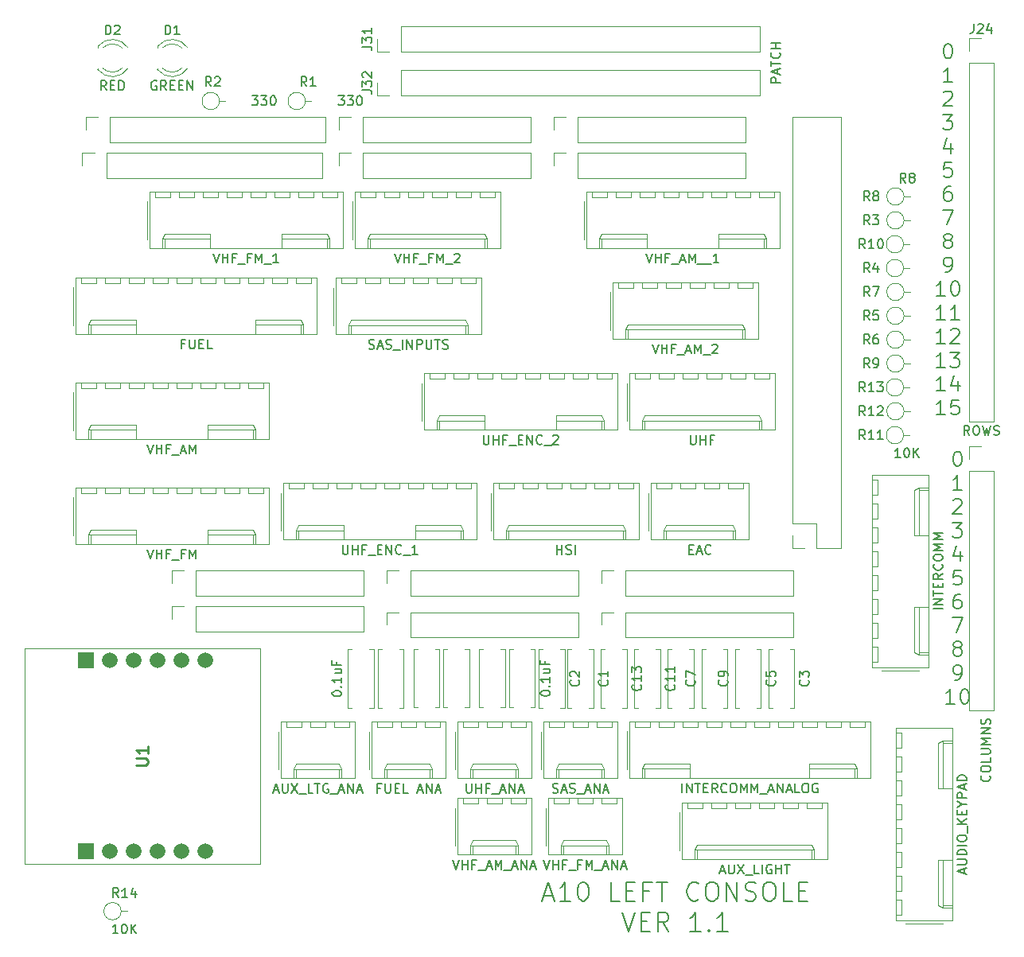
<source format=gbr>
%TF.GenerationSoftware,KiCad,Pcbnew,(6.0.7-1)-1*%
%TF.CreationDate,2023-11-05T12:13:44+10:00*%
%TF.ProjectId,Left Console Input,4c656674-2043-46f6-9e73-6f6c6520496e,rev?*%
%TF.SameCoordinates,Original*%
%TF.FileFunction,Legend,Top*%
%TF.FilePolarity,Positive*%
%FSLAX46Y46*%
G04 Gerber Fmt 4.6, Leading zero omitted, Abs format (unit mm)*
G04 Created by KiCad (PCBNEW (6.0.7-1)-1) date 2023-11-05 12:13:44*
%MOMM*%
%LPD*%
G01*
G04 APERTURE LIST*
%ADD10C,0.150000*%
%ADD11C,0.254000*%
%ADD12C,0.120000*%
%ADD13C,0.100000*%
%ADD14R,1.665000X1.665000*%
%ADD15C,1.665000*%
G04 APERTURE END LIST*
D10*
X210159809Y-83453738D02*
X210312190Y-83453738D01*
X210464571Y-83528500D01*
X210540761Y-83603261D01*
X210616952Y-83752785D01*
X210693142Y-84051833D01*
X210693142Y-84425642D01*
X210616952Y-84724690D01*
X210540761Y-84874214D01*
X210464571Y-84948976D01*
X210312190Y-85023738D01*
X210159809Y-85023738D01*
X210007428Y-84948976D01*
X209931238Y-84874214D01*
X209855047Y-84724690D01*
X209778857Y-84425642D01*
X209778857Y-84051833D01*
X209855047Y-83752785D01*
X209931238Y-83603261D01*
X210007428Y-83528500D01*
X210159809Y-83453738D01*
X210693142Y-87551438D02*
X209778857Y-87551438D01*
X210236000Y-87551438D02*
X210236000Y-85981438D01*
X210083619Y-86205723D01*
X209931238Y-86355247D01*
X209778857Y-86430009D01*
X209778857Y-88658661D02*
X209855047Y-88583900D01*
X210007428Y-88509138D01*
X210388380Y-88509138D01*
X210540761Y-88583900D01*
X210616952Y-88658661D01*
X210693142Y-88808185D01*
X210693142Y-88957709D01*
X210616952Y-89181995D01*
X209702666Y-90079138D01*
X210693142Y-90079138D01*
X209702666Y-91036838D02*
X210693142Y-91036838D01*
X210159809Y-91634933D01*
X210388380Y-91634933D01*
X210540761Y-91709695D01*
X210616952Y-91784457D01*
X210693142Y-91933980D01*
X210693142Y-92307790D01*
X210616952Y-92457314D01*
X210540761Y-92532076D01*
X210388380Y-92606838D01*
X209931238Y-92606838D01*
X209778857Y-92532076D01*
X209702666Y-92457314D01*
X210540761Y-94087871D02*
X210540761Y-95134538D01*
X210159809Y-93489776D02*
X209778857Y-94611204D01*
X210769333Y-94611204D01*
X210616952Y-96092238D02*
X209855047Y-96092238D01*
X209778857Y-96839857D01*
X209855047Y-96765095D01*
X210007428Y-96690333D01*
X210388380Y-96690333D01*
X210540761Y-96765095D01*
X210616952Y-96839857D01*
X210693142Y-96989380D01*
X210693142Y-97363190D01*
X210616952Y-97512714D01*
X210540761Y-97587476D01*
X210388380Y-97662238D01*
X210007428Y-97662238D01*
X209855047Y-97587476D01*
X209778857Y-97512714D01*
X210540761Y-98619938D02*
X210236000Y-98619938D01*
X210083619Y-98694700D01*
X210007428Y-98769461D01*
X209855047Y-98993747D01*
X209778857Y-99292795D01*
X209778857Y-99890890D01*
X209855047Y-100040414D01*
X209931238Y-100115176D01*
X210083619Y-100189938D01*
X210388380Y-100189938D01*
X210540761Y-100115176D01*
X210616952Y-100040414D01*
X210693142Y-99890890D01*
X210693142Y-99517080D01*
X210616952Y-99367557D01*
X210540761Y-99292795D01*
X210388380Y-99218033D01*
X210083619Y-99218033D01*
X209931238Y-99292795D01*
X209855047Y-99367557D01*
X209778857Y-99517080D01*
X209702666Y-101147638D02*
X210769333Y-101147638D01*
X210083619Y-102717638D01*
X210083619Y-104348195D02*
X209931238Y-104273433D01*
X209855047Y-104198671D01*
X209778857Y-104049147D01*
X209778857Y-103974385D01*
X209855047Y-103824861D01*
X209931238Y-103750100D01*
X210083619Y-103675338D01*
X210388380Y-103675338D01*
X210540761Y-103750100D01*
X210616952Y-103824861D01*
X210693142Y-103974385D01*
X210693142Y-104049147D01*
X210616952Y-104198671D01*
X210540761Y-104273433D01*
X210388380Y-104348195D01*
X210083619Y-104348195D01*
X209931238Y-104422957D01*
X209855047Y-104497719D01*
X209778857Y-104647242D01*
X209778857Y-104946290D01*
X209855047Y-105095814D01*
X209931238Y-105170576D01*
X210083619Y-105245338D01*
X210388380Y-105245338D01*
X210540761Y-105170576D01*
X210616952Y-105095814D01*
X210693142Y-104946290D01*
X210693142Y-104647242D01*
X210616952Y-104497719D01*
X210540761Y-104422957D01*
X210388380Y-104348195D01*
X209931238Y-107773038D02*
X210236000Y-107773038D01*
X210388380Y-107698276D01*
X210464571Y-107623514D01*
X210616952Y-107399228D01*
X210693142Y-107100180D01*
X210693142Y-106502085D01*
X210616952Y-106352561D01*
X210540761Y-106277800D01*
X210388380Y-106203038D01*
X210083619Y-106203038D01*
X209931238Y-106277800D01*
X209855047Y-106352561D01*
X209778857Y-106502085D01*
X209778857Y-106875895D01*
X209855047Y-107025419D01*
X209931238Y-107100180D01*
X210083619Y-107174942D01*
X210388380Y-107174942D01*
X210540761Y-107100180D01*
X210616952Y-107025419D01*
X210693142Y-106875895D01*
X209931238Y-110300738D02*
X209016952Y-110300738D01*
X209474095Y-110300738D02*
X209474095Y-108730738D01*
X209321714Y-108955023D01*
X209169333Y-109104547D01*
X209016952Y-109179309D01*
X210921714Y-108730738D02*
X211074095Y-108730738D01*
X211226476Y-108805500D01*
X211302666Y-108880261D01*
X211378857Y-109029785D01*
X211455047Y-109328833D01*
X211455047Y-109702642D01*
X211378857Y-110001690D01*
X211302666Y-110151214D01*
X211226476Y-110225976D01*
X211074095Y-110300738D01*
X210921714Y-110300738D01*
X210769333Y-110225976D01*
X210693142Y-110151214D01*
X210616952Y-110001690D01*
X210540761Y-109702642D01*
X210540761Y-109328833D01*
X210616952Y-109029785D01*
X210693142Y-108880261D01*
X210769333Y-108805500D01*
X210921714Y-108730738D01*
X166216380Y-130727333D02*
X167168761Y-130727333D01*
X166025904Y-131298761D02*
X166692571Y-129298761D01*
X167359238Y-131298761D01*
X169073523Y-131298761D02*
X167930666Y-131298761D01*
X168502095Y-131298761D02*
X168502095Y-129298761D01*
X168311619Y-129584476D01*
X168121142Y-129774952D01*
X167930666Y-129870190D01*
X170311619Y-129298761D02*
X170502095Y-129298761D01*
X170692571Y-129394000D01*
X170787809Y-129489238D01*
X170883047Y-129679714D01*
X170978285Y-130060666D01*
X170978285Y-130536857D01*
X170883047Y-130917809D01*
X170787809Y-131108285D01*
X170692571Y-131203523D01*
X170502095Y-131298761D01*
X170311619Y-131298761D01*
X170121142Y-131203523D01*
X170025904Y-131108285D01*
X169930666Y-130917809D01*
X169835428Y-130536857D01*
X169835428Y-130060666D01*
X169930666Y-129679714D01*
X170025904Y-129489238D01*
X170121142Y-129394000D01*
X170311619Y-129298761D01*
X174311619Y-131298761D02*
X173359238Y-131298761D01*
X173359238Y-129298761D01*
X174978285Y-130251142D02*
X175644952Y-130251142D01*
X175930666Y-131298761D02*
X174978285Y-131298761D01*
X174978285Y-129298761D01*
X175930666Y-129298761D01*
X177454476Y-130251142D02*
X176787809Y-130251142D01*
X176787809Y-131298761D02*
X176787809Y-129298761D01*
X177740190Y-129298761D01*
X178216380Y-129298761D02*
X179359238Y-129298761D01*
X178787809Y-131298761D02*
X178787809Y-129298761D01*
X182692571Y-131108285D02*
X182597333Y-131203523D01*
X182311619Y-131298761D01*
X182121142Y-131298761D01*
X181835428Y-131203523D01*
X181644952Y-131013047D01*
X181549714Y-130822571D01*
X181454476Y-130441619D01*
X181454476Y-130155904D01*
X181549714Y-129774952D01*
X181644952Y-129584476D01*
X181835428Y-129394000D01*
X182121142Y-129298761D01*
X182311619Y-129298761D01*
X182597333Y-129394000D01*
X182692571Y-129489238D01*
X183930666Y-129298761D02*
X184311619Y-129298761D01*
X184502095Y-129394000D01*
X184692571Y-129584476D01*
X184787809Y-129965428D01*
X184787809Y-130632095D01*
X184692571Y-131013047D01*
X184502095Y-131203523D01*
X184311619Y-131298761D01*
X183930666Y-131298761D01*
X183740190Y-131203523D01*
X183549714Y-131013047D01*
X183454476Y-130632095D01*
X183454476Y-129965428D01*
X183549714Y-129584476D01*
X183740190Y-129394000D01*
X183930666Y-129298761D01*
X185644952Y-131298761D02*
X185644952Y-129298761D01*
X186787809Y-131298761D01*
X186787809Y-129298761D01*
X187644952Y-131203523D02*
X187930666Y-131298761D01*
X188406857Y-131298761D01*
X188597333Y-131203523D01*
X188692571Y-131108285D01*
X188787809Y-130917809D01*
X188787809Y-130727333D01*
X188692571Y-130536857D01*
X188597333Y-130441619D01*
X188406857Y-130346380D01*
X188025904Y-130251142D01*
X187835428Y-130155904D01*
X187740190Y-130060666D01*
X187644952Y-129870190D01*
X187644952Y-129679714D01*
X187740190Y-129489238D01*
X187835428Y-129394000D01*
X188025904Y-129298761D01*
X188502095Y-129298761D01*
X188787809Y-129394000D01*
X190025904Y-129298761D02*
X190406857Y-129298761D01*
X190597333Y-129394000D01*
X190787809Y-129584476D01*
X190883047Y-129965428D01*
X190883047Y-130632095D01*
X190787809Y-131013047D01*
X190597333Y-131203523D01*
X190406857Y-131298761D01*
X190025904Y-131298761D01*
X189835428Y-131203523D01*
X189644952Y-131013047D01*
X189549714Y-130632095D01*
X189549714Y-129965428D01*
X189644952Y-129584476D01*
X189835428Y-129394000D01*
X190025904Y-129298761D01*
X192692571Y-131298761D02*
X191740190Y-131298761D01*
X191740190Y-129298761D01*
X193359238Y-130251142D02*
X194025904Y-130251142D01*
X194311619Y-131298761D02*
X193359238Y-131298761D01*
X193359238Y-129298761D01*
X194311619Y-129298761D01*
X174549714Y-132518761D02*
X175216380Y-134518761D01*
X175883047Y-132518761D01*
X176549714Y-133471142D02*
X177216380Y-133471142D01*
X177502095Y-134518761D02*
X176549714Y-134518761D01*
X176549714Y-132518761D01*
X177502095Y-132518761D01*
X179502095Y-134518761D02*
X178835428Y-133566380D01*
X178359238Y-134518761D02*
X178359238Y-132518761D01*
X179121142Y-132518761D01*
X179311619Y-132614000D01*
X179406857Y-132709238D01*
X179502095Y-132899714D01*
X179502095Y-133185428D01*
X179406857Y-133375904D01*
X179311619Y-133471142D01*
X179121142Y-133566380D01*
X178359238Y-133566380D01*
X182930666Y-134518761D02*
X181787809Y-134518761D01*
X182359238Y-134518761D02*
X182359238Y-132518761D01*
X182168761Y-132804476D01*
X181978285Y-132994952D01*
X181787809Y-133090190D01*
X183787809Y-134328285D02*
X183883047Y-134423523D01*
X183787809Y-134518761D01*
X183692571Y-134423523D01*
X183787809Y-134328285D01*
X183787809Y-134518761D01*
X185787809Y-134518761D02*
X184644952Y-134518761D01*
X185216380Y-134518761D02*
X185216380Y-132518761D01*
X185025904Y-132804476D01*
X184835428Y-132994952D01*
X184644952Y-133090190D01*
X209143809Y-40050488D02*
X209296190Y-40050488D01*
X209448571Y-40125250D01*
X209524761Y-40200011D01*
X209600952Y-40349535D01*
X209677142Y-40648583D01*
X209677142Y-41022392D01*
X209600952Y-41321440D01*
X209524761Y-41470964D01*
X209448571Y-41545726D01*
X209296190Y-41620488D01*
X209143809Y-41620488D01*
X208991428Y-41545726D01*
X208915238Y-41470964D01*
X208839047Y-41321440D01*
X208762857Y-41022392D01*
X208762857Y-40648583D01*
X208839047Y-40349535D01*
X208915238Y-40200011D01*
X208991428Y-40125250D01*
X209143809Y-40050488D01*
X209677142Y-44148188D02*
X208762857Y-44148188D01*
X209220000Y-44148188D02*
X209220000Y-42578188D01*
X209067619Y-42802473D01*
X208915238Y-42951997D01*
X208762857Y-43026759D01*
X208762857Y-45255411D02*
X208839047Y-45180650D01*
X208991428Y-45105888D01*
X209372380Y-45105888D01*
X209524761Y-45180650D01*
X209600952Y-45255411D01*
X209677142Y-45404935D01*
X209677142Y-45554459D01*
X209600952Y-45778745D01*
X208686666Y-46675888D01*
X209677142Y-46675888D01*
X208686666Y-47633588D02*
X209677142Y-47633588D01*
X209143809Y-48231683D01*
X209372380Y-48231683D01*
X209524761Y-48306445D01*
X209600952Y-48381207D01*
X209677142Y-48530730D01*
X209677142Y-48904540D01*
X209600952Y-49054064D01*
X209524761Y-49128826D01*
X209372380Y-49203588D01*
X208915238Y-49203588D01*
X208762857Y-49128826D01*
X208686666Y-49054064D01*
X209524761Y-50684621D02*
X209524761Y-51731288D01*
X209143809Y-50086526D02*
X208762857Y-51207954D01*
X209753333Y-51207954D01*
X209600952Y-52688988D02*
X208839047Y-52688988D01*
X208762857Y-53436607D01*
X208839047Y-53361845D01*
X208991428Y-53287083D01*
X209372380Y-53287083D01*
X209524761Y-53361845D01*
X209600952Y-53436607D01*
X209677142Y-53586130D01*
X209677142Y-53959940D01*
X209600952Y-54109464D01*
X209524761Y-54184226D01*
X209372380Y-54258988D01*
X208991428Y-54258988D01*
X208839047Y-54184226D01*
X208762857Y-54109464D01*
X209524761Y-55216688D02*
X209220000Y-55216688D01*
X209067619Y-55291450D01*
X208991428Y-55366211D01*
X208839047Y-55590497D01*
X208762857Y-55889545D01*
X208762857Y-56487640D01*
X208839047Y-56637164D01*
X208915238Y-56711926D01*
X209067619Y-56786688D01*
X209372380Y-56786688D01*
X209524761Y-56711926D01*
X209600952Y-56637164D01*
X209677142Y-56487640D01*
X209677142Y-56113830D01*
X209600952Y-55964307D01*
X209524761Y-55889545D01*
X209372380Y-55814783D01*
X209067619Y-55814783D01*
X208915238Y-55889545D01*
X208839047Y-55964307D01*
X208762857Y-56113830D01*
X208686666Y-57744388D02*
X209753333Y-57744388D01*
X209067619Y-59314388D01*
X209067619Y-60944945D02*
X208915238Y-60870183D01*
X208839047Y-60795421D01*
X208762857Y-60645897D01*
X208762857Y-60571135D01*
X208839047Y-60421611D01*
X208915238Y-60346850D01*
X209067619Y-60272088D01*
X209372380Y-60272088D01*
X209524761Y-60346850D01*
X209600952Y-60421611D01*
X209677142Y-60571135D01*
X209677142Y-60645897D01*
X209600952Y-60795421D01*
X209524761Y-60870183D01*
X209372380Y-60944945D01*
X209067619Y-60944945D01*
X208915238Y-61019707D01*
X208839047Y-61094469D01*
X208762857Y-61243992D01*
X208762857Y-61543040D01*
X208839047Y-61692564D01*
X208915238Y-61767326D01*
X209067619Y-61842088D01*
X209372380Y-61842088D01*
X209524761Y-61767326D01*
X209600952Y-61692564D01*
X209677142Y-61543040D01*
X209677142Y-61243992D01*
X209600952Y-61094469D01*
X209524761Y-61019707D01*
X209372380Y-60944945D01*
X208915238Y-64369788D02*
X209220000Y-64369788D01*
X209372380Y-64295026D01*
X209448571Y-64220264D01*
X209600952Y-63995978D01*
X209677142Y-63696930D01*
X209677142Y-63098835D01*
X209600952Y-62949311D01*
X209524761Y-62874550D01*
X209372380Y-62799788D01*
X209067619Y-62799788D01*
X208915238Y-62874550D01*
X208839047Y-62949311D01*
X208762857Y-63098835D01*
X208762857Y-63472645D01*
X208839047Y-63622169D01*
X208915238Y-63696930D01*
X209067619Y-63771692D01*
X209372380Y-63771692D01*
X209524761Y-63696930D01*
X209600952Y-63622169D01*
X209677142Y-63472645D01*
X208915238Y-66897488D02*
X208000952Y-66897488D01*
X208458095Y-66897488D02*
X208458095Y-65327488D01*
X208305714Y-65551773D01*
X208153333Y-65701297D01*
X208000952Y-65776059D01*
X209905714Y-65327488D02*
X210058095Y-65327488D01*
X210210476Y-65402250D01*
X210286666Y-65477011D01*
X210362857Y-65626535D01*
X210439047Y-65925583D01*
X210439047Y-66299392D01*
X210362857Y-66598440D01*
X210286666Y-66747964D01*
X210210476Y-66822726D01*
X210058095Y-66897488D01*
X209905714Y-66897488D01*
X209753333Y-66822726D01*
X209677142Y-66747964D01*
X209600952Y-66598440D01*
X209524761Y-66299392D01*
X209524761Y-65925583D01*
X209600952Y-65626535D01*
X209677142Y-65477011D01*
X209753333Y-65402250D01*
X209905714Y-65327488D01*
X208915238Y-69425188D02*
X208000952Y-69425188D01*
X208458095Y-69425188D02*
X208458095Y-67855188D01*
X208305714Y-68079473D01*
X208153333Y-68228997D01*
X208000952Y-68303759D01*
X210439047Y-69425188D02*
X209524761Y-69425188D01*
X209981904Y-69425188D02*
X209981904Y-67855188D01*
X209829523Y-68079473D01*
X209677142Y-68228997D01*
X209524761Y-68303759D01*
X208915238Y-71952888D02*
X208000952Y-71952888D01*
X208458095Y-71952888D02*
X208458095Y-70382888D01*
X208305714Y-70607173D01*
X208153333Y-70756697D01*
X208000952Y-70831459D01*
X209524761Y-70532411D02*
X209600952Y-70457650D01*
X209753333Y-70382888D01*
X210134285Y-70382888D01*
X210286666Y-70457650D01*
X210362857Y-70532411D01*
X210439047Y-70681935D01*
X210439047Y-70831459D01*
X210362857Y-71055745D01*
X209448571Y-71952888D01*
X210439047Y-71952888D01*
X208915238Y-74480588D02*
X208000952Y-74480588D01*
X208458095Y-74480588D02*
X208458095Y-72910588D01*
X208305714Y-73134873D01*
X208153333Y-73284397D01*
X208000952Y-73359159D01*
X209448571Y-72910588D02*
X210439047Y-72910588D01*
X209905714Y-73508683D01*
X210134285Y-73508683D01*
X210286666Y-73583445D01*
X210362857Y-73658207D01*
X210439047Y-73807730D01*
X210439047Y-74181540D01*
X210362857Y-74331064D01*
X210286666Y-74405826D01*
X210134285Y-74480588D01*
X209677142Y-74480588D01*
X209524761Y-74405826D01*
X209448571Y-74331064D01*
X208915238Y-77008288D02*
X208000952Y-77008288D01*
X208458095Y-77008288D02*
X208458095Y-75438288D01*
X208305714Y-75662573D01*
X208153333Y-75812097D01*
X208000952Y-75886859D01*
X210286666Y-75961621D02*
X210286666Y-77008288D01*
X209905714Y-75363526D02*
X209524761Y-76484954D01*
X210515238Y-76484954D01*
X208915238Y-79535988D02*
X208000952Y-79535988D01*
X208458095Y-79535988D02*
X208458095Y-77965988D01*
X208305714Y-78190273D01*
X208153333Y-78339797D01*
X208000952Y-78414559D01*
X210362857Y-77965988D02*
X209600952Y-77965988D01*
X209524761Y-78713607D01*
X209600952Y-78638845D01*
X209753333Y-78564083D01*
X210134285Y-78564083D01*
X210286666Y-78638845D01*
X210362857Y-78713607D01*
X210439047Y-78863130D01*
X210439047Y-79236940D01*
X210362857Y-79386464D01*
X210286666Y-79461226D01*
X210134285Y-79535988D01*
X209753333Y-79535988D01*
X209600952Y-79461226D01*
X209524761Y-79386464D01*
%TO.C,R5*%
X200875333Y-69464380D02*
X200542000Y-68988190D01*
X200303904Y-69464380D02*
X200303904Y-68464380D01*
X200684857Y-68464380D01*
X200780095Y-68512000D01*
X200827714Y-68559619D01*
X200875333Y-68654857D01*
X200875333Y-68797714D01*
X200827714Y-68892952D01*
X200780095Y-68940571D01*
X200684857Y-68988190D01*
X200303904Y-68988190D01*
X201780095Y-68464380D02*
X201303904Y-68464380D01*
X201256285Y-68940571D01*
X201303904Y-68892952D01*
X201399142Y-68845333D01*
X201637238Y-68845333D01*
X201732476Y-68892952D01*
X201780095Y-68940571D01*
X201827714Y-69035809D01*
X201827714Y-69273904D01*
X201780095Y-69369142D01*
X201732476Y-69416761D01*
X201637238Y-69464380D01*
X201399142Y-69464380D01*
X201303904Y-69416761D01*
X201256285Y-69369142D01*
%TO.C,R2*%
X130821333Y-44572380D02*
X130488000Y-44096190D01*
X130249904Y-44572380D02*
X130249904Y-43572380D01*
X130630857Y-43572380D01*
X130726095Y-43620000D01*
X130773714Y-43667619D01*
X130821333Y-43762857D01*
X130821333Y-43905714D01*
X130773714Y-44000952D01*
X130726095Y-44048571D01*
X130630857Y-44096190D01*
X130249904Y-44096190D01*
X131202285Y-43667619D02*
X131249904Y-43620000D01*
X131345142Y-43572380D01*
X131583238Y-43572380D01*
X131678476Y-43620000D01*
X131726095Y-43667619D01*
X131773714Y-43762857D01*
X131773714Y-43858095D01*
X131726095Y-44000952D01*
X131154666Y-44572380D01*
X131773714Y-44572380D01*
X135163285Y-45604380D02*
X135782333Y-45604380D01*
X135449000Y-45985333D01*
X135591857Y-45985333D01*
X135687095Y-46032952D01*
X135734714Y-46080571D01*
X135782333Y-46175809D01*
X135782333Y-46413904D01*
X135734714Y-46509142D01*
X135687095Y-46556761D01*
X135591857Y-46604380D01*
X135306142Y-46604380D01*
X135210904Y-46556761D01*
X135163285Y-46509142D01*
X136115666Y-45604380D02*
X136734714Y-45604380D01*
X136401380Y-45985333D01*
X136544238Y-45985333D01*
X136639476Y-46032952D01*
X136687095Y-46080571D01*
X136734714Y-46175809D01*
X136734714Y-46413904D01*
X136687095Y-46509142D01*
X136639476Y-46556761D01*
X136544238Y-46604380D01*
X136258523Y-46604380D01*
X136163285Y-46556761D01*
X136115666Y-46509142D01*
X137353761Y-45604380D02*
X137449000Y-45604380D01*
X137544238Y-45652000D01*
X137591857Y-45699619D01*
X137639476Y-45794857D01*
X137687095Y-45985333D01*
X137687095Y-46223428D01*
X137639476Y-46413904D01*
X137591857Y-46509142D01*
X137544238Y-46556761D01*
X137449000Y-46604380D01*
X137353761Y-46604380D01*
X137258523Y-46556761D01*
X137210904Y-46509142D01*
X137163285Y-46413904D01*
X137115666Y-46223428D01*
X137115666Y-45985333D01*
X137163285Y-45794857D01*
X137210904Y-45699619D01*
X137258523Y-45652000D01*
X137353761Y-45604380D01*
%TO.C,C7*%
X182225142Y-107786666D02*
X182272761Y-107834285D01*
X182320380Y-107977142D01*
X182320380Y-108072380D01*
X182272761Y-108215238D01*
X182177523Y-108310476D01*
X182082285Y-108358095D01*
X181891809Y-108405714D01*
X181748952Y-108405714D01*
X181558476Y-108358095D01*
X181463238Y-108310476D01*
X181368000Y-108215238D01*
X181320380Y-108072380D01*
X181320380Y-107977142D01*
X181368000Y-107834285D01*
X181415619Y-107786666D01*
X181320380Y-107453333D02*
X181320380Y-106786666D01*
X182320380Y-107215238D01*
%TO.C,C14*%
X143688380Y-109262857D02*
X143688380Y-109167619D01*
X143736000Y-109072380D01*
X143783619Y-109024761D01*
X143878857Y-108977142D01*
X144069333Y-108929523D01*
X144307428Y-108929523D01*
X144497904Y-108977142D01*
X144593142Y-109024761D01*
X144640761Y-109072380D01*
X144688380Y-109167619D01*
X144688380Y-109262857D01*
X144640761Y-109358095D01*
X144593142Y-109405714D01*
X144497904Y-109453333D01*
X144307428Y-109500952D01*
X144069333Y-109500952D01*
X143878857Y-109453333D01*
X143783619Y-109405714D01*
X143736000Y-109358095D01*
X143688380Y-109262857D01*
X144593142Y-108500952D02*
X144640761Y-108453333D01*
X144688380Y-108500952D01*
X144640761Y-108548571D01*
X144593142Y-108500952D01*
X144688380Y-108500952D01*
X144688380Y-107500952D02*
X144688380Y-108072380D01*
X144688380Y-107786666D02*
X143688380Y-107786666D01*
X143831238Y-107881904D01*
X143926476Y-107977142D01*
X143974095Y-108072380D01*
X144021714Y-106643809D02*
X144688380Y-106643809D01*
X144021714Y-107072380D02*
X144545523Y-107072380D01*
X144640761Y-107024761D01*
X144688380Y-106929523D01*
X144688380Y-106786666D01*
X144640761Y-106691428D01*
X144593142Y-106643809D01*
X144164571Y-105834285D02*
X144164571Y-106167619D01*
X144688380Y-106167619D02*
X143688380Y-106167619D01*
X143688380Y-105691428D01*
%TO.C,R7*%
X200875333Y-66924380D02*
X200542000Y-66448190D01*
X200303904Y-66924380D02*
X200303904Y-65924380D01*
X200684857Y-65924380D01*
X200780095Y-65972000D01*
X200827714Y-66019619D01*
X200875333Y-66114857D01*
X200875333Y-66257714D01*
X200827714Y-66352952D01*
X200780095Y-66400571D01*
X200684857Y-66448190D01*
X200303904Y-66448190D01*
X201208666Y-65924380D02*
X201875333Y-65924380D01*
X201446761Y-66924380D01*
%TO.C,J7*%
X148816000Y-119268571D02*
X148482666Y-119268571D01*
X148482666Y-119792380D02*
X148482666Y-118792380D01*
X148958857Y-118792380D01*
X149339809Y-118792380D02*
X149339809Y-119601904D01*
X149387428Y-119697142D01*
X149435047Y-119744761D01*
X149530285Y-119792380D01*
X149720761Y-119792380D01*
X149816000Y-119744761D01*
X149863619Y-119697142D01*
X149911238Y-119601904D01*
X149911238Y-118792380D01*
X150387428Y-119268571D02*
X150720761Y-119268571D01*
X150863619Y-119792380D02*
X150387428Y-119792380D01*
X150387428Y-118792380D01*
X150863619Y-118792380D01*
X151768380Y-119792380D02*
X151292190Y-119792380D01*
X151292190Y-118792380D01*
X152816000Y-119506666D02*
X153292190Y-119506666D01*
X152720761Y-119792380D02*
X153054095Y-118792380D01*
X153387428Y-119792380D01*
X153720761Y-119792380D02*
X153720761Y-118792380D01*
X154292190Y-119792380D01*
X154292190Y-118792380D01*
X154720761Y-119506666D02*
X155196952Y-119506666D01*
X154625523Y-119792380D02*
X154958857Y-118792380D01*
X155292190Y-119792380D01*
%TO.C,R14*%
X120952142Y-130917380D02*
X120618809Y-130441190D01*
X120380714Y-130917380D02*
X120380714Y-129917380D01*
X120761666Y-129917380D01*
X120856904Y-129965000D01*
X120904523Y-130012619D01*
X120952142Y-130107857D01*
X120952142Y-130250714D01*
X120904523Y-130345952D01*
X120856904Y-130393571D01*
X120761666Y-130441190D01*
X120380714Y-130441190D01*
X121904523Y-130917380D02*
X121333095Y-130917380D01*
X121618809Y-130917380D02*
X121618809Y-129917380D01*
X121523571Y-130060238D01*
X121428333Y-130155476D01*
X121333095Y-130203095D01*
X122761666Y-130250714D02*
X122761666Y-130917380D01*
X122523571Y-129869761D02*
X122285476Y-130584047D01*
X122904523Y-130584047D01*
X120904523Y-134757380D02*
X120333095Y-134757380D01*
X120618809Y-134757380D02*
X120618809Y-133757380D01*
X120523571Y-133900238D01*
X120428333Y-133995476D01*
X120333095Y-134043095D01*
X121523571Y-133757380D02*
X121618809Y-133757380D01*
X121714047Y-133805000D01*
X121761666Y-133852619D01*
X121809285Y-133947857D01*
X121856904Y-134138333D01*
X121856904Y-134376428D01*
X121809285Y-134566904D01*
X121761666Y-134662142D01*
X121714047Y-134709761D01*
X121618809Y-134757380D01*
X121523571Y-134757380D01*
X121428333Y-134709761D01*
X121380714Y-134662142D01*
X121333095Y-134566904D01*
X121285476Y-134376428D01*
X121285476Y-134138333D01*
X121333095Y-133947857D01*
X121380714Y-133852619D01*
X121428333Y-133805000D01*
X121523571Y-133757380D01*
X122285476Y-134757380D02*
X122285476Y-133757380D01*
X122856904Y-134757380D02*
X122428333Y-134185952D01*
X122856904Y-133757380D02*
X122285476Y-134328809D01*
%TO.C,J12*%
X157960000Y-118792380D02*
X157960000Y-119601904D01*
X158007619Y-119697142D01*
X158055238Y-119744761D01*
X158150476Y-119792380D01*
X158340952Y-119792380D01*
X158436190Y-119744761D01*
X158483809Y-119697142D01*
X158531428Y-119601904D01*
X158531428Y-118792380D01*
X159007619Y-119792380D02*
X159007619Y-118792380D01*
X159007619Y-119268571D02*
X159579047Y-119268571D01*
X159579047Y-119792380D02*
X159579047Y-118792380D01*
X160388571Y-119268571D02*
X160055238Y-119268571D01*
X160055238Y-119792380D02*
X160055238Y-118792380D01*
X160531428Y-118792380D01*
X160674285Y-119887619D02*
X161436190Y-119887619D01*
X161626666Y-119506666D02*
X162102857Y-119506666D01*
X161531428Y-119792380D02*
X161864761Y-118792380D01*
X162198095Y-119792380D01*
X162531428Y-119792380D02*
X162531428Y-118792380D01*
X163102857Y-119792380D01*
X163102857Y-118792380D01*
X163531428Y-119506666D02*
X164007619Y-119506666D01*
X163436190Y-119792380D02*
X163769523Y-118792380D01*
X164102857Y-119792380D01*
%TO.C,J32*%
X146906380Y-45007523D02*
X147620666Y-45007523D01*
X147763523Y-45055142D01*
X147858761Y-45150380D01*
X147906380Y-45293238D01*
X147906380Y-45388476D01*
X146906380Y-44626571D02*
X146906380Y-44007523D01*
X147287333Y-44340857D01*
X147287333Y-44198000D01*
X147334952Y-44102761D01*
X147382571Y-44055142D01*
X147477809Y-44007523D01*
X147715904Y-44007523D01*
X147811142Y-44055142D01*
X147858761Y-44102761D01*
X147906380Y-44198000D01*
X147906380Y-44483714D01*
X147858761Y-44578952D01*
X147811142Y-44626571D01*
X147001619Y-43626571D02*
X146954000Y-43578952D01*
X146906380Y-43483714D01*
X146906380Y-43245619D01*
X146954000Y-43150380D01*
X147001619Y-43102761D01*
X147096857Y-43055142D01*
X147192095Y-43055142D01*
X147334952Y-43102761D01*
X147906380Y-43674190D01*
X147906380Y-43055142D01*
%TO.C,C3*%
X194337142Y-107786666D02*
X194384761Y-107834285D01*
X194432380Y-107977142D01*
X194432380Y-108072380D01*
X194384761Y-108215238D01*
X194289523Y-108310476D01*
X194194285Y-108358095D01*
X194003809Y-108405714D01*
X193860952Y-108405714D01*
X193670476Y-108358095D01*
X193575238Y-108310476D01*
X193480000Y-108215238D01*
X193432380Y-108072380D01*
X193432380Y-107977142D01*
X193480000Y-107834285D01*
X193527619Y-107786666D01*
X193432380Y-107453333D02*
X193432380Y-106834285D01*
X193813333Y-107167619D01*
X193813333Y-107024761D01*
X193860952Y-106929523D01*
X193908571Y-106881904D01*
X194003809Y-106834285D01*
X194241904Y-106834285D01*
X194337142Y-106881904D01*
X194384761Y-106929523D01*
X194432380Y-107024761D01*
X194432380Y-107310476D01*
X194384761Y-107405714D01*
X194337142Y-107453333D01*
%TO.C,J8*%
X167580000Y-94392380D02*
X167580000Y-93392380D01*
X167580000Y-93868571D02*
X168151428Y-93868571D01*
X168151428Y-94392380D02*
X168151428Y-93392380D01*
X168580000Y-94344761D02*
X168722857Y-94392380D01*
X168960952Y-94392380D01*
X169056190Y-94344761D01*
X169103809Y-94297142D01*
X169151428Y-94201904D01*
X169151428Y-94106666D01*
X169103809Y-94011428D01*
X169056190Y-93963809D01*
X168960952Y-93916190D01*
X168770476Y-93868571D01*
X168675238Y-93820952D01*
X168627619Y-93773333D01*
X168580000Y-93678095D01*
X168580000Y-93582857D01*
X168627619Y-93487619D01*
X168675238Y-93440000D01*
X168770476Y-93392380D01*
X169008571Y-93392380D01*
X169151428Y-93440000D01*
X169580000Y-94392380D02*
X169580000Y-93392380D01*
%TO.C,J24*%
X211966476Y-37940380D02*
X211966476Y-38654666D01*
X211918857Y-38797523D01*
X211823619Y-38892761D01*
X211680761Y-38940380D01*
X211585523Y-38940380D01*
X212395047Y-38035619D02*
X212442666Y-37988000D01*
X212537904Y-37940380D01*
X212776000Y-37940380D01*
X212871238Y-37988000D01*
X212918857Y-38035619D01*
X212966476Y-38130857D01*
X212966476Y-38226095D01*
X212918857Y-38368952D01*
X212347428Y-38940380D01*
X212966476Y-38940380D01*
X213823619Y-38273714D02*
X213823619Y-38940380D01*
X213585523Y-37892761D02*
X213347428Y-38607047D01*
X213966476Y-38607047D01*
X211514095Y-81700380D02*
X211180761Y-81224190D01*
X210942666Y-81700380D02*
X210942666Y-80700380D01*
X211323619Y-80700380D01*
X211418857Y-80748000D01*
X211466476Y-80795619D01*
X211514095Y-80890857D01*
X211514095Y-81033714D01*
X211466476Y-81128952D01*
X211418857Y-81176571D01*
X211323619Y-81224190D01*
X210942666Y-81224190D01*
X212133142Y-80700380D02*
X212323619Y-80700380D01*
X212418857Y-80748000D01*
X212514095Y-80843238D01*
X212561714Y-81033714D01*
X212561714Y-81367047D01*
X212514095Y-81557523D01*
X212418857Y-81652761D01*
X212323619Y-81700380D01*
X212133142Y-81700380D01*
X212037904Y-81652761D01*
X211942666Y-81557523D01*
X211895047Y-81367047D01*
X211895047Y-81033714D01*
X211942666Y-80843238D01*
X212037904Y-80748000D01*
X212133142Y-80700380D01*
X212895047Y-80700380D02*
X213133142Y-81700380D01*
X213323619Y-80986095D01*
X213514095Y-81700380D01*
X213752190Y-80700380D01*
X214085523Y-81652761D02*
X214228380Y-81700380D01*
X214466476Y-81700380D01*
X214561714Y-81652761D01*
X214609333Y-81605142D01*
X214656952Y-81509904D01*
X214656952Y-81414666D01*
X214609333Y-81319428D01*
X214561714Y-81271809D01*
X214466476Y-81224190D01*
X214276000Y-81176571D01*
X214180761Y-81128952D01*
X214133142Y-81081333D01*
X214085523Y-80986095D01*
X214085523Y-80890857D01*
X214133142Y-80795619D01*
X214180761Y-80748000D01*
X214276000Y-80700380D01*
X214514095Y-80700380D01*
X214656952Y-80748000D01*
%TO.C,J2*%
X184979333Y-128122666D02*
X185455523Y-128122666D01*
X184884095Y-128408380D02*
X185217428Y-127408380D01*
X185550761Y-128408380D01*
X185884095Y-127408380D02*
X185884095Y-128217904D01*
X185931714Y-128313142D01*
X185979333Y-128360761D01*
X186074571Y-128408380D01*
X186265047Y-128408380D01*
X186360285Y-128360761D01*
X186407904Y-128313142D01*
X186455523Y-128217904D01*
X186455523Y-127408380D01*
X186836476Y-127408380D02*
X187503142Y-128408380D01*
X187503142Y-127408380D02*
X186836476Y-128408380D01*
X187646000Y-128503619D02*
X188407904Y-128503619D01*
X189122190Y-128408380D02*
X188646000Y-128408380D01*
X188646000Y-127408380D01*
X189455523Y-128408380D02*
X189455523Y-127408380D01*
X190455523Y-127456000D02*
X190360285Y-127408380D01*
X190217428Y-127408380D01*
X190074571Y-127456000D01*
X189979333Y-127551238D01*
X189931714Y-127646476D01*
X189884095Y-127836952D01*
X189884095Y-127979809D01*
X189931714Y-128170285D01*
X189979333Y-128265523D01*
X190074571Y-128360761D01*
X190217428Y-128408380D01*
X190312666Y-128408380D01*
X190455523Y-128360761D01*
X190503142Y-128313142D01*
X190503142Y-127979809D01*
X190312666Y-127979809D01*
X190931714Y-128408380D02*
X190931714Y-127408380D01*
X190931714Y-127884571D02*
X191503142Y-127884571D01*
X191503142Y-128408380D02*
X191503142Y-127408380D01*
X191836476Y-127408380D02*
X192407904Y-127408380D01*
X192122190Y-128408380D02*
X192122190Y-127408380D01*
%TO.C,C11*%
X180073142Y-108262857D02*
X180120761Y-108310476D01*
X180168380Y-108453333D01*
X180168380Y-108548571D01*
X180120761Y-108691428D01*
X180025523Y-108786666D01*
X179930285Y-108834285D01*
X179739809Y-108881904D01*
X179596952Y-108881904D01*
X179406476Y-108834285D01*
X179311238Y-108786666D01*
X179216000Y-108691428D01*
X179168380Y-108548571D01*
X179168380Y-108453333D01*
X179216000Y-108310476D01*
X179263619Y-108262857D01*
X180168380Y-107310476D02*
X180168380Y-107881904D01*
X180168380Y-107596190D02*
X179168380Y-107596190D01*
X179311238Y-107691428D01*
X179406476Y-107786666D01*
X179454095Y-107881904D01*
X180168380Y-106358095D02*
X180168380Y-106929523D01*
X180168380Y-106643809D02*
X179168380Y-106643809D01*
X179311238Y-106739047D01*
X179406476Y-106834285D01*
X179454095Y-106929523D01*
%TO.C,J22*%
X131020190Y-62384380D02*
X131353523Y-63384380D01*
X131686857Y-62384380D01*
X132020190Y-63384380D02*
X132020190Y-62384380D01*
X132020190Y-62860571D02*
X132591619Y-62860571D01*
X132591619Y-63384380D02*
X132591619Y-62384380D01*
X133401142Y-62860571D02*
X133067809Y-62860571D01*
X133067809Y-63384380D02*
X133067809Y-62384380D01*
X133544000Y-62384380D01*
X133686857Y-63479619D02*
X134448761Y-63479619D01*
X135020190Y-62860571D02*
X134686857Y-62860571D01*
X134686857Y-63384380D02*
X134686857Y-62384380D01*
X135163047Y-62384380D01*
X135544000Y-63384380D02*
X135544000Y-62384380D01*
X135877333Y-63098666D01*
X136210666Y-62384380D01*
X136210666Y-63384380D01*
X136448761Y-63479619D02*
X137210666Y-63479619D01*
X137972571Y-63384380D02*
X137401142Y-63384380D01*
X137686857Y-63384380D02*
X137686857Y-62384380D01*
X137591619Y-62527238D01*
X137496380Y-62622476D01*
X137401142Y-62670095D01*
%TO.C,J3*%
X127971904Y-72004571D02*
X127638571Y-72004571D01*
X127638571Y-72528380D02*
X127638571Y-71528380D01*
X128114761Y-71528380D01*
X128495714Y-71528380D02*
X128495714Y-72337904D01*
X128543333Y-72433142D01*
X128590952Y-72480761D01*
X128686190Y-72528380D01*
X128876666Y-72528380D01*
X128971904Y-72480761D01*
X129019523Y-72433142D01*
X129067142Y-72337904D01*
X129067142Y-71528380D01*
X129543333Y-72004571D02*
X129876666Y-72004571D01*
X130019523Y-72528380D02*
X129543333Y-72528380D01*
X129543333Y-71528380D01*
X130019523Y-71528380D01*
X130924285Y-72528380D02*
X130448095Y-72528380D01*
X130448095Y-71528380D01*
%TO.C,J9*%
X181661142Y-93868571D02*
X181994476Y-93868571D01*
X182137333Y-94392380D02*
X181661142Y-94392380D01*
X181661142Y-93392380D01*
X182137333Y-93392380D01*
X182518285Y-94106666D02*
X182994476Y-94106666D01*
X182423047Y-94392380D02*
X182756380Y-93392380D01*
X183089714Y-94392380D01*
X183994476Y-94297142D02*
X183946857Y-94344761D01*
X183804000Y-94392380D01*
X183708761Y-94392380D01*
X183565904Y-94344761D01*
X183470666Y-94249523D01*
X183423047Y-94154285D01*
X183375428Y-93963809D01*
X183375428Y-93820952D01*
X183423047Y-93630476D01*
X183470666Y-93535238D01*
X183565904Y-93440000D01*
X183708761Y-93392380D01*
X183804000Y-93392380D01*
X183946857Y-93440000D01*
X183994476Y-93487619D01*
%TO.C,J4*%
X166183428Y-126920380D02*
X166516761Y-127920380D01*
X166850095Y-126920380D01*
X167183428Y-127920380D02*
X167183428Y-126920380D01*
X167183428Y-127396571D02*
X167754857Y-127396571D01*
X167754857Y-127920380D02*
X167754857Y-126920380D01*
X168564380Y-127396571D02*
X168231047Y-127396571D01*
X168231047Y-127920380D02*
X168231047Y-126920380D01*
X168707238Y-126920380D01*
X168850095Y-128015619D02*
X169612000Y-128015619D01*
X170183428Y-127396571D02*
X169850095Y-127396571D01*
X169850095Y-127920380D02*
X169850095Y-126920380D01*
X170326285Y-126920380D01*
X170707238Y-127920380D02*
X170707238Y-126920380D01*
X171040571Y-127634666D01*
X171373904Y-126920380D01*
X171373904Y-127920380D01*
X171612000Y-128015619D02*
X172373904Y-128015619D01*
X172564380Y-127634666D02*
X173040571Y-127634666D01*
X172469142Y-127920380D02*
X172802476Y-126920380D01*
X173135809Y-127920380D01*
X173469142Y-127920380D02*
X173469142Y-126920380D01*
X174040571Y-127920380D01*
X174040571Y-126920380D01*
X174469142Y-127634666D02*
X174945333Y-127634666D01*
X174373904Y-127920380D02*
X174707238Y-126920380D01*
X175040571Y-127920380D01*
%TO.C,J11*%
X147601714Y-72500761D02*
X147744571Y-72548380D01*
X147982666Y-72548380D01*
X148077904Y-72500761D01*
X148125523Y-72453142D01*
X148173142Y-72357904D01*
X148173142Y-72262666D01*
X148125523Y-72167428D01*
X148077904Y-72119809D01*
X147982666Y-72072190D01*
X147792190Y-72024571D01*
X147696952Y-71976952D01*
X147649333Y-71929333D01*
X147601714Y-71834095D01*
X147601714Y-71738857D01*
X147649333Y-71643619D01*
X147696952Y-71596000D01*
X147792190Y-71548380D01*
X148030285Y-71548380D01*
X148173142Y-71596000D01*
X148554095Y-72262666D02*
X149030285Y-72262666D01*
X148458857Y-72548380D02*
X148792190Y-71548380D01*
X149125523Y-72548380D01*
X149411238Y-72500761D02*
X149554095Y-72548380D01*
X149792190Y-72548380D01*
X149887428Y-72500761D01*
X149935047Y-72453142D01*
X149982666Y-72357904D01*
X149982666Y-72262666D01*
X149935047Y-72167428D01*
X149887428Y-72119809D01*
X149792190Y-72072190D01*
X149601714Y-72024571D01*
X149506476Y-71976952D01*
X149458857Y-71929333D01*
X149411238Y-71834095D01*
X149411238Y-71738857D01*
X149458857Y-71643619D01*
X149506476Y-71596000D01*
X149601714Y-71548380D01*
X149839809Y-71548380D01*
X149982666Y-71596000D01*
X150173142Y-72643619D02*
X150935047Y-72643619D01*
X151173142Y-72548380D02*
X151173142Y-71548380D01*
X151649333Y-72548380D02*
X151649333Y-71548380D01*
X152220761Y-72548380D01*
X152220761Y-71548380D01*
X152696952Y-72548380D02*
X152696952Y-71548380D01*
X153077904Y-71548380D01*
X153173142Y-71596000D01*
X153220761Y-71643619D01*
X153268380Y-71738857D01*
X153268380Y-71881714D01*
X153220761Y-71976952D01*
X153173142Y-72024571D01*
X153077904Y-72072190D01*
X152696952Y-72072190D01*
X153696952Y-71548380D02*
X153696952Y-72357904D01*
X153744571Y-72453142D01*
X153792190Y-72500761D01*
X153887428Y-72548380D01*
X154077904Y-72548380D01*
X154173142Y-72500761D01*
X154220761Y-72453142D01*
X154268380Y-72357904D01*
X154268380Y-71548380D01*
X154601714Y-71548380D02*
X155173142Y-71548380D01*
X154887428Y-72548380D02*
X154887428Y-71548380D01*
X155458857Y-72500761D02*
X155601714Y-72548380D01*
X155839809Y-72548380D01*
X155935047Y-72500761D01*
X155982666Y-72453142D01*
X156030285Y-72357904D01*
X156030285Y-72262666D01*
X155982666Y-72167428D01*
X155935047Y-72119809D01*
X155839809Y-72072190D01*
X155649333Y-72024571D01*
X155554095Y-71976952D01*
X155506476Y-71929333D01*
X155458857Y-71834095D01*
X155458857Y-71738857D01*
X155506476Y-71643619D01*
X155554095Y-71596000D01*
X155649333Y-71548380D01*
X155887428Y-71548380D01*
X156030285Y-71596000D01*
%TO.C,R10*%
X200399142Y-61844380D02*
X200065809Y-61368190D01*
X199827714Y-61844380D02*
X199827714Y-60844380D01*
X200208666Y-60844380D01*
X200303904Y-60892000D01*
X200351523Y-60939619D01*
X200399142Y-61034857D01*
X200399142Y-61177714D01*
X200351523Y-61272952D01*
X200303904Y-61320571D01*
X200208666Y-61368190D01*
X199827714Y-61368190D01*
X201351523Y-61844380D02*
X200780095Y-61844380D01*
X201065809Y-61844380D02*
X201065809Y-60844380D01*
X200970571Y-60987238D01*
X200875333Y-61082476D01*
X200780095Y-61130095D01*
X201970571Y-60844380D02*
X202065809Y-60844380D01*
X202161047Y-60892000D01*
X202208666Y-60939619D01*
X202256285Y-61034857D01*
X202303904Y-61225333D01*
X202303904Y-61463428D01*
X202256285Y-61653904D01*
X202208666Y-61749142D01*
X202161047Y-61796761D01*
X202065809Y-61844380D01*
X201970571Y-61844380D01*
X201875333Y-61796761D01*
X201827714Y-61749142D01*
X201780095Y-61653904D01*
X201732476Y-61463428D01*
X201732476Y-61225333D01*
X201780095Y-61034857D01*
X201827714Y-60939619D01*
X201875333Y-60892000D01*
X201970571Y-60844380D01*
%TO.C,C2*%
X169913142Y-107786666D02*
X169960761Y-107834285D01*
X170008380Y-107977142D01*
X170008380Y-108072380D01*
X169960761Y-108215238D01*
X169865523Y-108310476D01*
X169770285Y-108358095D01*
X169579809Y-108405714D01*
X169436952Y-108405714D01*
X169246476Y-108358095D01*
X169151238Y-108310476D01*
X169056000Y-108215238D01*
X169008380Y-108072380D01*
X169008380Y-107977142D01*
X169056000Y-107834285D01*
X169103619Y-107786666D01*
X169103619Y-107405714D02*
X169056000Y-107358095D01*
X169008380Y-107262857D01*
X169008380Y-107024761D01*
X169056000Y-106929523D01*
X169103619Y-106881904D01*
X169198857Y-106834285D01*
X169294095Y-106834285D01*
X169436952Y-106881904D01*
X170008380Y-107453333D01*
X170008380Y-106834285D01*
%TO.C,J18*%
X181819904Y-81708380D02*
X181819904Y-82517904D01*
X181867523Y-82613142D01*
X181915142Y-82660761D01*
X182010380Y-82708380D01*
X182200857Y-82708380D01*
X182296095Y-82660761D01*
X182343714Y-82613142D01*
X182391333Y-82517904D01*
X182391333Y-81708380D01*
X182867523Y-82708380D02*
X182867523Y-81708380D01*
X182867523Y-82184571D02*
X183438952Y-82184571D01*
X183438952Y-82708380D02*
X183438952Y-81708380D01*
X184248476Y-82184571D02*
X183915142Y-82184571D01*
X183915142Y-82708380D02*
X183915142Y-81708380D01*
X184391333Y-81708380D01*
%TO.C,C1*%
X172961142Y-107786666D02*
X173008761Y-107834285D01*
X173056380Y-107977142D01*
X173056380Y-108072380D01*
X173008761Y-108215238D01*
X172913523Y-108310476D01*
X172818285Y-108358095D01*
X172627809Y-108405714D01*
X172484952Y-108405714D01*
X172294476Y-108358095D01*
X172199238Y-108310476D01*
X172104000Y-108215238D01*
X172056380Y-108072380D01*
X172056380Y-107977142D01*
X172104000Y-107834285D01*
X172151619Y-107786666D01*
X173056380Y-106834285D02*
X173056380Y-107405714D01*
X173056380Y-107120000D02*
X172056380Y-107120000D01*
X172199238Y-107215238D01*
X172294476Y-107310476D01*
X172342095Y-107405714D01*
%TO.C,R8*%
X200875333Y-56764380D02*
X200542000Y-56288190D01*
X200303904Y-56764380D02*
X200303904Y-55764380D01*
X200684857Y-55764380D01*
X200780095Y-55812000D01*
X200827714Y-55859619D01*
X200875333Y-55954857D01*
X200875333Y-56097714D01*
X200827714Y-56192952D01*
X200780095Y-56240571D01*
X200684857Y-56288190D01*
X200303904Y-56288190D01*
X201446761Y-56192952D02*
X201351523Y-56145333D01*
X201303904Y-56097714D01*
X201256285Y-56002476D01*
X201256285Y-55954857D01*
X201303904Y-55859619D01*
X201351523Y-55812000D01*
X201446761Y-55764380D01*
X201637238Y-55764380D01*
X201732476Y-55812000D01*
X201780095Y-55859619D01*
X201827714Y-55954857D01*
X201827714Y-56002476D01*
X201780095Y-56097714D01*
X201732476Y-56145333D01*
X201637238Y-56192952D01*
X201446761Y-56192952D01*
X201351523Y-56240571D01*
X201303904Y-56288190D01*
X201256285Y-56383428D01*
X201256285Y-56573904D01*
X201303904Y-56669142D01*
X201351523Y-56716761D01*
X201446761Y-56764380D01*
X201637238Y-56764380D01*
X201732476Y-56716761D01*
X201780095Y-56669142D01*
X201827714Y-56573904D01*
X201827714Y-56383428D01*
X201780095Y-56288190D01*
X201732476Y-56240571D01*
X201637238Y-56192952D01*
X204735333Y-54844380D02*
X204402000Y-54368190D01*
X204163904Y-54844380D02*
X204163904Y-53844380D01*
X204544857Y-53844380D01*
X204640095Y-53892000D01*
X204687714Y-53939619D01*
X204735333Y-54034857D01*
X204735333Y-54177714D01*
X204687714Y-54272952D01*
X204640095Y-54320571D01*
X204544857Y-54368190D01*
X204163904Y-54368190D01*
X205306761Y-54272952D02*
X205211523Y-54225333D01*
X205163904Y-54177714D01*
X205116285Y-54082476D01*
X205116285Y-54034857D01*
X205163904Y-53939619D01*
X205211523Y-53892000D01*
X205306761Y-53844380D01*
X205497238Y-53844380D01*
X205592476Y-53892000D01*
X205640095Y-53939619D01*
X205687714Y-54034857D01*
X205687714Y-54082476D01*
X205640095Y-54177714D01*
X205592476Y-54225333D01*
X205497238Y-54272952D01*
X205306761Y-54272952D01*
X205211523Y-54320571D01*
X205163904Y-54368190D01*
X205116285Y-54463428D01*
X205116285Y-54653904D01*
X205163904Y-54749142D01*
X205211523Y-54796761D01*
X205306761Y-54844380D01*
X205497238Y-54844380D01*
X205592476Y-54796761D01*
X205640095Y-54749142D01*
X205687714Y-54653904D01*
X205687714Y-54463428D01*
X205640095Y-54368190D01*
X205592476Y-54320571D01*
X205497238Y-54272952D01*
%TO.C,J10*%
X167151619Y-119744761D02*
X167294476Y-119792380D01*
X167532571Y-119792380D01*
X167627809Y-119744761D01*
X167675428Y-119697142D01*
X167723047Y-119601904D01*
X167723047Y-119506666D01*
X167675428Y-119411428D01*
X167627809Y-119363809D01*
X167532571Y-119316190D01*
X167342095Y-119268571D01*
X167246857Y-119220952D01*
X167199238Y-119173333D01*
X167151619Y-119078095D01*
X167151619Y-118982857D01*
X167199238Y-118887619D01*
X167246857Y-118840000D01*
X167342095Y-118792380D01*
X167580190Y-118792380D01*
X167723047Y-118840000D01*
X168104000Y-119506666D02*
X168580190Y-119506666D01*
X168008761Y-119792380D02*
X168342095Y-118792380D01*
X168675428Y-119792380D01*
X168961142Y-119744761D02*
X169104000Y-119792380D01*
X169342095Y-119792380D01*
X169437333Y-119744761D01*
X169484952Y-119697142D01*
X169532571Y-119601904D01*
X169532571Y-119506666D01*
X169484952Y-119411428D01*
X169437333Y-119363809D01*
X169342095Y-119316190D01*
X169151619Y-119268571D01*
X169056380Y-119220952D01*
X169008761Y-119173333D01*
X168961142Y-119078095D01*
X168961142Y-118982857D01*
X169008761Y-118887619D01*
X169056380Y-118840000D01*
X169151619Y-118792380D01*
X169389714Y-118792380D01*
X169532571Y-118840000D01*
X169723047Y-119887619D02*
X170484952Y-119887619D01*
X170675428Y-119506666D02*
X171151619Y-119506666D01*
X170580190Y-119792380D02*
X170913523Y-118792380D01*
X171246857Y-119792380D01*
X171580190Y-119792380D02*
X171580190Y-118792380D01*
X172151619Y-119792380D01*
X172151619Y-118792380D01*
X172580190Y-119506666D02*
X173056380Y-119506666D01*
X172484952Y-119792380D02*
X172818285Y-118792380D01*
X173151619Y-119792380D01*
%TO.C,R11*%
X200399142Y-82164380D02*
X200065809Y-81688190D01*
X199827714Y-82164380D02*
X199827714Y-81164380D01*
X200208666Y-81164380D01*
X200303904Y-81212000D01*
X200351523Y-81259619D01*
X200399142Y-81354857D01*
X200399142Y-81497714D01*
X200351523Y-81592952D01*
X200303904Y-81640571D01*
X200208666Y-81688190D01*
X199827714Y-81688190D01*
X201351523Y-82164380D02*
X200780095Y-82164380D01*
X201065809Y-82164380D02*
X201065809Y-81164380D01*
X200970571Y-81307238D01*
X200875333Y-81402476D01*
X200780095Y-81450095D01*
X202303904Y-82164380D02*
X201732476Y-82164380D01*
X202018190Y-82164380D02*
X202018190Y-81164380D01*
X201922952Y-81307238D01*
X201827714Y-81402476D01*
X201732476Y-81450095D01*
X204161523Y-84084380D02*
X203590095Y-84084380D01*
X203875809Y-84084380D02*
X203875809Y-83084380D01*
X203780571Y-83227238D01*
X203685333Y-83322476D01*
X203590095Y-83370095D01*
X204780571Y-83084380D02*
X204875809Y-83084380D01*
X204971047Y-83132000D01*
X205018666Y-83179619D01*
X205066285Y-83274857D01*
X205113904Y-83465333D01*
X205113904Y-83703428D01*
X205066285Y-83893904D01*
X205018666Y-83989142D01*
X204971047Y-84036761D01*
X204875809Y-84084380D01*
X204780571Y-84084380D01*
X204685333Y-84036761D01*
X204637714Y-83989142D01*
X204590095Y-83893904D01*
X204542476Y-83703428D01*
X204542476Y-83465333D01*
X204590095Y-83274857D01*
X204637714Y-83179619D01*
X204685333Y-83132000D01*
X204780571Y-83084380D01*
X205542476Y-84084380D02*
X205542476Y-83084380D01*
X206113904Y-84084380D02*
X205685333Y-83512952D01*
X206113904Y-83084380D02*
X205542476Y-83655809D01*
%TO.C,C5*%
X190781142Y-107786666D02*
X190828761Y-107834285D01*
X190876380Y-107977142D01*
X190876380Y-108072380D01*
X190828761Y-108215238D01*
X190733523Y-108310476D01*
X190638285Y-108358095D01*
X190447809Y-108405714D01*
X190304952Y-108405714D01*
X190114476Y-108358095D01*
X190019238Y-108310476D01*
X189924000Y-108215238D01*
X189876380Y-108072380D01*
X189876380Y-107977142D01*
X189924000Y-107834285D01*
X189971619Y-107786666D01*
X189876380Y-106881904D02*
X189876380Y-107358095D01*
X190352571Y-107405714D01*
X190304952Y-107358095D01*
X190257333Y-107262857D01*
X190257333Y-107024761D01*
X190304952Y-106929523D01*
X190352571Y-106881904D01*
X190447809Y-106834285D01*
X190685904Y-106834285D01*
X190781142Y-106881904D01*
X190828761Y-106929523D01*
X190876380Y-107024761D01*
X190876380Y-107262857D01*
X190828761Y-107358095D01*
X190781142Y-107405714D01*
%TO.C,J20*%
X208672380Y-100213809D02*
X207672380Y-100213809D01*
X208672380Y-99737619D02*
X207672380Y-99737619D01*
X208672380Y-99166190D01*
X207672380Y-99166190D01*
X207672380Y-98832857D02*
X207672380Y-98261428D01*
X208672380Y-98547142D02*
X207672380Y-98547142D01*
X208148571Y-97928095D02*
X208148571Y-97594761D01*
X208672380Y-97451904D02*
X208672380Y-97928095D01*
X207672380Y-97928095D01*
X207672380Y-97451904D01*
X208672380Y-96451904D02*
X208196190Y-96785238D01*
X208672380Y-97023333D02*
X207672380Y-97023333D01*
X207672380Y-96642380D01*
X207720000Y-96547142D01*
X207767619Y-96499523D01*
X207862857Y-96451904D01*
X208005714Y-96451904D01*
X208100952Y-96499523D01*
X208148571Y-96547142D01*
X208196190Y-96642380D01*
X208196190Y-97023333D01*
X208577142Y-95451904D02*
X208624761Y-95499523D01*
X208672380Y-95642380D01*
X208672380Y-95737619D01*
X208624761Y-95880476D01*
X208529523Y-95975714D01*
X208434285Y-96023333D01*
X208243809Y-96070952D01*
X208100952Y-96070952D01*
X207910476Y-96023333D01*
X207815238Y-95975714D01*
X207720000Y-95880476D01*
X207672380Y-95737619D01*
X207672380Y-95642380D01*
X207720000Y-95499523D01*
X207767619Y-95451904D01*
X207672380Y-94832857D02*
X207672380Y-94642380D01*
X207720000Y-94547142D01*
X207815238Y-94451904D01*
X208005714Y-94404285D01*
X208339047Y-94404285D01*
X208529523Y-94451904D01*
X208624761Y-94547142D01*
X208672380Y-94642380D01*
X208672380Y-94832857D01*
X208624761Y-94928095D01*
X208529523Y-95023333D01*
X208339047Y-95070952D01*
X208005714Y-95070952D01*
X207815238Y-95023333D01*
X207720000Y-94928095D01*
X207672380Y-94832857D01*
X208672380Y-93975714D02*
X207672380Y-93975714D01*
X208386666Y-93642380D01*
X207672380Y-93309047D01*
X208672380Y-93309047D01*
X208672380Y-92832857D02*
X207672380Y-92832857D01*
X208386666Y-92499523D01*
X207672380Y-92166190D01*
X208672380Y-92166190D01*
%TO.C,J14*%
X177756190Y-72036380D02*
X178089523Y-73036380D01*
X178422857Y-72036380D01*
X178756190Y-73036380D02*
X178756190Y-72036380D01*
X178756190Y-72512571D02*
X179327619Y-72512571D01*
X179327619Y-73036380D02*
X179327619Y-72036380D01*
X180137142Y-72512571D02*
X179803809Y-72512571D01*
X179803809Y-73036380D02*
X179803809Y-72036380D01*
X180280000Y-72036380D01*
X180422857Y-73131619D02*
X181184761Y-73131619D01*
X181375238Y-72750666D02*
X181851428Y-72750666D01*
X181280000Y-73036380D02*
X181613333Y-72036380D01*
X181946666Y-73036380D01*
X182280000Y-73036380D02*
X182280000Y-72036380D01*
X182613333Y-72750666D01*
X182946666Y-72036380D01*
X182946666Y-73036380D01*
X183184761Y-73131619D02*
X183946666Y-73131619D01*
X184137142Y-72131619D02*
X184184761Y-72084000D01*
X184280000Y-72036380D01*
X184518095Y-72036380D01*
X184613333Y-72084000D01*
X184660952Y-72131619D01*
X184708571Y-72226857D01*
X184708571Y-72322095D01*
X184660952Y-72464952D01*
X184089523Y-73036380D01*
X184708571Y-73036380D01*
%TO.C,C9*%
X185701142Y-107786666D02*
X185748761Y-107834285D01*
X185796380Y-107977142D01*
X185796380Y-108072380D01*
X185748761Y-108215238D01*
X185653523Y-108310476D01*
X185558285Y-108358095D01*
X185367809Y-108405714D01*
X185224952Y-108405714D01*
X185034476Y-108358095D01*
X184939238Y-108310476D01*
X184844000Y-108215238D01*
X184796380Y-108072380D01*
X184796380Y-107977142D01*
X184844000Y-107834285D01*
X184891619Y-107786666D01*
X185796380Y-107310476D02*
X185796380Y-107120000D01*
X185748761Y-107024761D01*
X185701142Y-106977142D01*
X185558285Y-106881904D01*
X185367809Y-106834285D01*
X184986857Y-106834285D01*
X184891619Y-106881904D01*
X184844000Y-106929523D01*
X184796380Y-107024761D01*
X184796380Y-107215238D01*
X184844000Y-107310476D01*
X184891619Y-107358095D01*
X184986857Y-107405714D01*
X185224952Y-107405714D01*
X185320190Y-107358095D01*
X185367809Y-107310476D01*
X185415428Y-107215238D01*
X185415428Y-107024761D01*
X185367809Y-106929523D01*
X185320190Y-106881904D01*
X185224952Y-106834285D01*
%TO.C,J21*%
X124003333Y-93880380D02*
X124336666Y-94880380D01*
X124670000Y-93880380D01*
X125003333Y-94880380D02*
X125003333Y-93880380D01*
X125003333Y-94356571D02*
X125574761Y-94356571D01*
X125574761Y-94880380D02*
X125574761Y-93880380D01*
X126384285Y-94356571D02*
X126050952Y-94356571D01*
X126050952Y-94880380D02*
X126050952Y-93880380D01*
X126527142Y-93880380D01*
X126670000Y-94975619D02*
X127431904Y-94975619D01*
X128003333Y-94356571D02*
X127670000Y-94356571D01*
X127670000Y-94880380D02*
X127670000Y-93880380D01*
X128146190Y-93880380D01*
X128527142Y-94880380D02*
X128527142Y-93880380D01*
X128860476Y-94594666D01*
X129193809Y-93880380D01*
X129193809Y-94880380D01*
%TO.C,J19*%
X210926666Y-128328285D02*
X210926666Y-127852095D01*
X211212380Y-128423523D02*
X210212380Y-128090190D01*
X211212380Y-127756857D01*
X210212380Y-127423523D02*
X211021904Y-127423523D01*
X211117142Y-127375904D01*
X211164761Y-127328285D01*
X211212380Y-127233047D01*
X211212380Y-127042571D01*
X211164761Y-126947333D01*
X211117142Y-126899714D01*
X211021904Y-126852095D01*
X210212380Y-126852095D01*
X211212380Y-126375904D02*
X210212380Y-126375904D01*
X210212380Y-126137809D01*
X210260000Y-125994952D01*
X210355238Y-125899714D01*
X210450476Y-125852095D01*
X210640952Y-125804476D01*
X210783809Y-125804476D01*
X210974285Y-125852095D01*
X211069523Y-125899714D01*
X211164761Y-125994952D01*
X211212380Y-126137809D01*
X211212380Y-126375904D01*
X211212380Y-125375904D02*
X210212380Y-125375904D01*
X210212380Y-124709238D02*
X210212380Y-124518761D01*
X210260000Y-124423523D01*
X210355238Y-124328285D01*
X210545714Y-124280666D01*
X210879047Y-124280666D01*
X211069523Y-124328285D01*
X211164761Y-124423523D01*
X211212380Y-124518761D01*
X211212380Y-124709238D01*
X211164761Y-124804476D01*
X211069523Y-124899714D01*
X210879047Y-124947333D01*
X210545714Y-124947333D01*
X210355238Y-124899714D01*
X210260000Y-124804476D01*
X210212380Y-124709238D01*
X211307619Y-124090190D02*
X211307619Y-123328285D01*
X211212380Y-123090190D02*
X210212380Y-123090190D01*
X211212380Y-122518761D02*
X210640952Y-122947333D01*
X210212380Y-122518761D02*
X210783809Y-123090190D01*
X210688571Y-122090190D02*
X210688571Y-121756857D01*
X211212380Y-121614000D02*
X211212380Y-122090190D01*
X210212380Y-122090190D01*
X210212380Y-121614000D01*
X210736190Y-120994952D02*
X211212380Y-120994952D01*
X210212380Y-121328285D02*
X210736190Y-120994952D01*
X210212380Y-120661619D01*
X211212380Y-120328285D02*
X210212380Y-120328285D01*
X210212380Y-119947333D01*
X210260000Y-119852095D01*
X210307619Y-119804476D01*
X210402857Y-119756857D01*
X210545714Y-119756857D01*
X210640952Y-119804476D01*
X210688571Y-119852095D01*
X210736190Y-119947333D01*
X210736190Y-120328285D01*
X210926666Y-119375904D02*
X210926666Y-118899714D01*
X211212380Y-119471142D02*
X210212380Y-119137809D01*
X211212380Y-118804476D01*
X211212380Y-118471142D02*
X210212380Y-118471142D01*
X210212380Y-118233047D01*
X210260000Y-118090190D01*
X210355238Y-117994952D01*
X210450476Y-117947333D01*
X210640952Y-117899714D01*
X210783809Y-117899714D01*
X210974285Y-117947333D01*
X211069523Y-117994952D01*
X211164761Y-118090190D01*
X211212380Y-118233047D01*
X211212380Y-118471142D01*
%TO.C,R3*%
X200875333Y-59304380D02*
X200542000Y-58828190D01*
X200303904Y-59304380D02*
X200303904Y-58304380D01*
X200684857Y-58304380D01*
X200780095Y-58352000D01*
X200827714Y-58399619D01*
X200875333Y-58494857D01*
X200875333Y-58637714D01*
X200827714Y-58732952D01*
X200780095Y-58780571D01*
X200684857Y-58828190D01*
X200303904Y-58828190D01*
X201208666Y-58304380D02*
X201827714Y-58304380D01*
X201494380Y-58685333D01*
X201637238Y-58685333D01*
X201732476Y-58732952D01*
X201780095Y-58780571D01*
X201827714Y-58875809D01*
X201827714Y-59113904D01*
X201780095Y-59209142D01*
X201732476Y-59256761D01*
X201637238Y-59304380D01*
X201351523Y-59304380D01*
X201256285Y-59256761D01*
X201208666Y-59209142D01*
%TO.C,J17*%
X159801619Y-81708380D02*
X159801619Y-82517904D01*
X159849238Y-82613142D01*
X159896857Y-82660761D01*
X159992095Y-82708380D01*
X160182571Y-82708380D01*
X160277809Y-82660761D01*
X160325428Y-82613142D01*
X160373047Y-82517904D01*
X160373047Y-81708380D01*
X160849238Y-82708380D02*
X160849238Y-81708380D01*
X160849238Y-82184571D02*
X161420666Y-82184571D01*
X161420666Y-82708380D02*
X161420666Y-81708380D01*
X162230190Y-82184571D02*
X161896857Y-82184571D01*
X161896857Y-82708380D02*
X161896857Y-81708380D01*
X162373047Y-81708380D01*
X162515904Y-82803619D02*
X163277809Y-82803619D01*
X163515904Y-82184571D02*
X163849238Y-82184571D01*
X163992095Y-82708380D02*
X163515904Y-82708380D01*
X163515904Y-81708380D01*
X163992095Y-81708380D01*
X164420666Y-82708380D02*
X164420666Y-81708380D01*
X164992095Y-82708380D01*
X164992095Y-81708380D01*
X166039714Y-82613142D02*
X165992095Y-82660761D01*
X165849238Y-82708380D01*
X165754000Y-82708380D01*
X165611142Y-82660761D01*
X165515904Y-82565523D01*
X165468285Y-82470285D01*
X165420666Y-82279809D01*
X165420666Y-82136952D01*
X165468285Y-81946476D01*
X165515904Y-81851238D01*
X165611142Y-81756000D01*
X165754000Y-81708380D01*
X165849238Y-81708380D01*
X165992095Y-81756000D01*
X166039714Y-81803619D01*
X166230190Y-82803619D02*
X166992095Y-82803619D01*
X167182571Y-81803619D02*
X167230190Y-81756000D01*
X167325428Y-81708380D01*
X167563523Y-81708380D01*
X167658761Y-81756000D01*
X167706380Y-81803619D01*
X167754000Y-81898857D01*
X167754000Y-81994095D01*
X167706380Y-82136952D01*
X167134952Y-82708380D01*
X167754000Y-82708380D01*
%TO.C,J16*%
X144815619Y-93392380D02*
X144815619Y-94201904D01*
X144863238Y-94297142D01*
X144910857Y-94344761D01*
X145006095Y-94392380D01*
X145196571Y-94392380D01*
X145291809Y-94344761D01*
X145339428Y-94297142D01*
X145387047Y-94201904D01*
X145387047Y-93392380D01*
X145863238Y-94392380D02*
X145863238Y-93392380D01*
X145863238Y-93868571D02*
X146434666Y-93868571D01*
X146434666Y-94392380D02*
X146434666Y-93392380D01*
X147244190Y-93868571D02*
X146910857Y-93868571D01*
X146910857Y-94392380D02*
X146910857Y-93392380D01*
X147387047Y-93392380D01*
X147529904Y-94487619D02*
X148291809Y-94487619D01*
X148529904Y-93868571D02*
X148863238Y-93868571D01*
X149006095Y-94392380D02*
X148529904Y-94392380D01*
X148529904Y-93392380D01*
X149006095Y-93392380D01*
X149434666Y-94392380D02*
X149434666Y-93392380D01*
X150006095Y-94392380D01*
X150006095Y-93392380D01*
X151053714Y-94297142D02*
X151006095Y-94344761D01*
X150863238Y-94392380D01*
X150768000Y-94392380D01*
X150625142Y-94344761D01*
X150529904Y-94249523D01*
X150482285Y-94154285D01*
X150434666Y-93963809D01*
X150434666Y-93820952D01*
X150482285Y-93630476D01*
X150529904Y-93535238D01*
X150625142Y-93440000D01*
X150768000Y-93392380D01*
X150863238Y-93392380D01*
X151006095Y-93440000D01*
X151053714Y-93487619D01*
X151244190Y-94487619D02*
X152006095Y-94487619D01*
X152768000Y-94392380D02*
X152196571Y-94392380D01*
X152482285Y-94392380D02*
X152482285Y-93392380D01*
X152387047Y-93535238D01*
X152291809Y-93630476D01*
X152196571Y-93678095D01*
%TO.C,J15*%
X180923714Y-119772380D02*
X180923714Y-118772380D01*
X181399904Y-119772380D02*
X181399904Y-118772380D01*
X181971333Y-119772380D01*
X181971333Y-118772380D01*
X182304666Y-118772380D02*
X182876095Y-118772380D01*
X182590380Y-119772380D02*
X182590380Y-118772380D01*
X183209428Y-119248571D02*
X183542761Y-119248571D01*
X183685619Y-119772380D02*
X183209428Y-119772380D01*
X183209428Y-118772380D01*
X183685619Y-118772380D01*
X184685619Y-119772380D02*
X184352285Y-119296190D01*
X184114190Y-119772380D02*
X184114190Y-118772380D01*
X184495142Y-118772380D01*
X184590380Y-118820000D01*
X184638000Y-118867619D01*
X184685619Y-118962857D01*
X184685619Y-119105714D01*
X184638000Y-119200952D01*
X184590380Y-119248571D01*
X184495142Y-119296190D01*
X184114190Y-119296190D01*
X185685619Y-119677142D02*
X185638000Y-119724761D01*
X185495142Y-119772380D01*
X185399904Y-119772380D01*
X185257047Y-119724761D01*
X185161809Y-119629523D01*
X185114190Y-119534285D01*
X185066571Y-119343809D01*
X185066571Y-119200952D01*
X185114190Y-119010476D01*
X185161809Y-118915238D01*
X185257047Y-118820000D01*
X185399904Y-118772380D01*
X185495142Y-118772380D01*
X185638000Y-118820000D01*
X185685619Y-118867619D01*
X186304666Y-118772380D02*
X186495142Y-118772380D01*
X186590380Y-118820000D01*
X186685619Y-118915238D01*
X186733238Y-119105714D01*
X186733238Y-119439047D01*
X186685619Y-119629523D01*
X186590380Y-119724761D01*
X186495142Y-119772380D01*
X186304666Y-119772380D01*
X186209428Y-119724761D01*
X186114190Y-119629523D01*
X186066571Y-119439047D01*
X186066571Y-119105714D01*
X186114190Y-118915238D01*
X186209428Y-118820000D01*
X186304666Y-118772380D01*
X187161809Y-119772380D02*
X187161809Y-118772380D01*
X187495142Y-119486666D01*
X187828476Y-118772380D01*
X187828476Y-119772380D01*
X188304666Y-119772380D02*
X188304666Y-118772380D01*
X188638000Y-119486666D01*
X188971333Y-118772380D01*
X188971333Y-119772380D01*
X189209428Y-119867619D02*
X189971333Y-119867619D01*
X190161809Y-119486666D02*
X190638000Y-119486666D01*
X190066571Y-119772380D02*
X190399904Y-118772380D01*
X190733238Y-119772380D01*
X191066571Y-119772380D02*
X191066571Y-118772380D01*
X191638000Y-119772380D01*
X191638000Y-118772380D01*
X192066571Y-119486666D02*
X192542761Y-119486666D01*
X191971333Y-119772380D02*
X192304666Y-118772380D01*
X192638000Y-119772380D01*
X193447523Y-119772380D02*
X192971333Y-119772380D01*
X192971333Y-118772380D01*
X193971333Y-118772380D02*
X194161809Y-118772380D01*
X194257047Y-118820000D01*
X194352285Y-118915238D01*
X194399904Y-119105714D01*
X194399904Y-119439047D01*
X194352285Y-119629523D01*
X194257047Y-119724761D01*
X194161809Y-119772380D01*
X193971333Y-119772380D01*
X193876095Y-119724761D01*
X193780857Y-119629523D01*
X193733238Y-119439047D01*
X193733238Y-119105714D01*
X193780857Y-118915238D01*
X193876095Y-118820000D01*
X193971333Y-118772380D01*
X195352285Y-118820000D02*
X195257047Y-118772380D01*
X195114190Y-118772380D01*
X194971333Y-118820000D01*
X194876095Y-118915238D01*
X194828476Y-119010476D01*
X194780857Y-119200952D01*
X194780857Y-119343809D01*
X194828476Y-119534285D01*
X194876095Y-119629523D01*
X194971333Y-119724761D01*
X195114190Y-119772380D01*
X195209428Y-119772380D01*
X195352285Y-119724761D01*
X195399904Y-119677142D01*
X195399904Y-119343809D01*
X195209428Y-119343809D01*
%TO.C,J23*%
X150324190Y-62384380D02*
X150657523Y-63384380D01*
X150990857Y-62384380D01*
X151324190Y-63384380D02*
X151324190Y-62384380D01*
X151324190Y-62860571D02*
X151895619Y-62860571D01*
X151895619Y-63384380D02*
X151895619Y-62384380D01*
X152705142Y-62860571D02*
X152371809Y-62860571D01*
X152371809Y-63384380D02*
X152371809Y-62384380D01*
X152848000Y-62384380D01*
X152990857Y-63479619D02*
X153752761Y-63479619D01*
X154324190Y-62860571D02*
X153990857Y-62860571D01*
X153990857Y-63384380D02*
X153990857Y-62384380D01*
X154467047Y-62384380D01*
X154848000Y-63384380D02*
X154848000Y-62384380D01*
X155181333Y-63098666D01*
X155514666Y-62384380D01*
X155514666Y-63384380D01*
X155752761Y-63479619D02*
X156514666Y-63479619D01*
X156705142Y-62479619D02*
X156752761Y-62432000D01*
X156848000Y-62384380D01*
X157086095Y-62384380D01*
X157181333Y-62432000D01*
X157228952Y-62479619D01*
X157276571Y-62574857D01*
X157276571Y-62670095D01*
X157228952Y-62812952D01*
X156657523Y-63384380D01*
X157276571Y-63384380D01*
%TO.C,C4*%
X165873380Y-109222857D02*
X165873380Y-109127619D01*
X165921000Y-109032380D01*
X165968619Y-108984761D01*
X166063857Y-108937142D01*
X166254333Y-108889523D01*
X166492428Y-108889523D01*
X166682904Y-108937142D01*
X166778142Y-108984761D01*
X166825761Y-109032380D01*
X166873380Y-109127619D01*
X166873380Y-109222857D01*
X166825761Y-109318095D01*
X166778142Y-109365714D01*
X166682904Y-109413333D01*
X166492428Y-109460952D01*
X166254333Y-109460952D01*
X166063857Y-109413333D01*
X165968619Y-109365714D01*
X165921000Y-109318095D01*
X165873380Y-109222857D01*
X166778142Y-108460952D02*
X166825761Y-108413333D01*
X166873380Y-108460952D01*
X166825761Y-108508571D01*
X166778142Y-108460952D01*
X166873380Y-108460952D01*
X166873380Y-107460952D02*
X166873380Y-108032380D01*
X166873380Y-107746666D02*
X165873380Y-107746666D01*
X166016238Y-107841904D01*
X166111476Y-107937142D01*
X166159095Y-108032380D01*
X166206714Y-106603809D02*
X166873380Y-106603809D01*
X166206714Y-107032380D02*
X166730523Y-107032380D01*
X166825761Y-106984761D01*
X166873380Y-106889523D01*
X166873380Y-106746666D01*
X166825761Y-106651428D01*
X166778142Y-106603809D01*
X166349571Y-105794285D02*
X166349571Y-106127619D01*
X166873380Y-106127619D02*
X165873380Y-106127619D01*
X165873380Y-105651428D01*
%TO.C,R4*%
X200875333Y-64384380D02*
X200542000Y-63908190D01*
X200303904Y-64384380D02*
X200303904Y-63384380D01*
X200684857Y-63384380D01*
X200780095Y-63432000D01*
X200827714Y-63479619D01*
X200875333Y-63574857D01*
X200875333Y-63717714D01*
X200827714Y-63812952D01*
X200780095Y-63860571D01*
X200684857Y-63908190D01*
X200303904Y-63908190D01*
X201732476Y-63717714D02*
X201732476Y-64384380D01*
X201494380Y-63336761D02*
X201256285Y-64051047D01*
X201875333Y-64051047D01*
%TO.C,J13*%
X177121238Y-62384380D02*
X177454571Y-63384380D01*
X177787904Y-62384380D01*
X178121238Y-63384380D02*
X178121238Y-62384380D01*
X178121238Y-62860571D02*
X178692666Y-62860571D01*
X178692666Y-63384380D02*
X178692666Y-62384380D01*
X179502190Y-62860571D02*
X179168857Y-62860571D01*
X179168857Y-63384380D02*
X179168857Y-62384380D01*
X179645047Y-62384380D01*
X179787904Y-63479619D02*
X180549809Y-63479619D01*
X180740285Y-63098666D02*
X181216476Y-63098666D01*
X180645047Y-63384380D02*
X180978380Y-62384380D01*
X181311714Y-63384380D01*
X181645047Y-63384380D02*
X181645047Y-62384380D01*
X181978380Y-63098666D01*
X182311714Y-62384380D01*
X182311714Y-63384380D01*
X182549809Y-63479619D02*
X183311714Y-63479619D01*
X183311714Y-63479619D02*
X184073619Y-63479619D01*
X184835523Y-63384380D02*
X184264095Y-63384380D01*
X184549809Y-63384380D02*
X184549809Y-62384380D01*
X184454571Y-62527238D01*
X184359333Y-62622476D01*
X184264095Y-62670095D01*
%TO.C,J6*%
X137497333Y-119506666D02*
X137973523Y-119506666D01*
X137402095Y-119792380D02*
X137735428Y-118792380D01*
X138068761Y-119792380D01*
X138402095Y-118792380D02*
X138402095Y-119601904D01*
X138449714Y-119697142D01*
X138497333Y-119744761D01*
X138592571Y-119792380D01*
X138783047Y-119792380D01*
X138878285Y-119744761D01*
X138925904Y-119697142D01*
X138973523Y-119601904D01*
X138973523Y-118792380D01*
X139354476Y-118792380D02*
X140021142Y-119792380D01*
X140021142Y-118792380D02*
X139354476Y-119792380D01*
X140164000Y-119887619D02*
X140925904Y-119887619D01*
X141640190Y-119792380D02*
X141164000Y-119792380D01*
X141164000Y-118792380D01*
X141830666Y-118792380D02*
X142402095Y-118792380D01*
X142116380Y-119792380D02*
X142116380Y-118792380D01*
X143259238Y-118840000D02*
X143164000Y-118792380D01*
X143021142Y-118792380D01*
X142878285Y-118840000D01*
X142783047Y-118935238D01*
X142735428Y-119030476D01*
X142687809Y-119220952D01*
X142687809Y-119363809D01*
X142735428Y-119554285D01*
X142783047Y-119649523D01*
X142878285Y-119744761D01*
X143021142Y-119792380D01*
X143116380Y-119792380D01*
X143259238Y-119744761D01*
X143306857Y-119697142D01*
X143306857Y-119363809D01*
X143116380Y-119363809D01*
X143497333Y-119887619D02*
X144259238Y-119887619D01*
X144449714Y-119506666D02*
X144925904Y-119506666D01*
X144354476Y-119792380D02*
X144687809Y-118792380D01*
X145021142Y-119792380D01*
X145354476Y-119792380D02*
X145354476Y-118792380D01*
X145925904Y-119792380D01*
X145925904Y-118792380D01*
X146354476Y-119506666D02*
X146830666Y-119506666D01*
X146259238Y-119792380D02*
X146592571Y-118792380D01*
X146925904Y-119792380D01*
%TO.C,C13*%
X176517142Y-108262857D02*
X176564761Y-108310476D01*
X176612380Y-108453333D01*
X176612380Y-108548571D01*
X176564761Y-108691428D01*
X176469523Y-108786666D01*
X176374285Y-108834285D01*
X176183809Y-108881904D01*
X176040952Y-108881904D01*
X175850476Y-108834285D01*
X175755238Y-108786666D01*
X175660000Y-108691428D01*
X175612380Y-108548571D01*
X175612380Y-108453333D01*
X175660000Y-108310476D01*
X175707619Y-108262857D01*
X176612380Y-107310476D02*
X176612380Y-107881904D01*
X176612380Y-107596190D02*
X175612380Y-107596190D01*
X175755238Y-107691428D01*
X175850476Y-107786666D01*
X175898095Y-107881904D01*
X175612380Y-106977142D02*
X175612380Y-106358095D01*
X175993333Y-106691428D01*
X175993333Y-106548571D01*
X176040952Y-106453333D01*
X176088571Y-106405714D01*
X176183809Y-106358095D01*
X176421904Y-106358095D01*
X176517142Y-106405714D01*
X176564761Y-106453333D01*
X176612380Y-106548571D01*
X176612380Y-106834285D01*
X176564761Y-106929523D01*
X176517142Y-106977142D01*
%TO.C,R9*%
X200875333Y-74544380D02*
X200542000Y-74068190D01*
X200303904Y-74544380D02*
X200303904Y-73544380D01*
X200684857Y-73544380D01*
X200780095Y-73592000D01*
X200827714Y-73639619D01*
X200875333Y-73734857D01*
X200875333Y-73877714D01*
X200827714Y-73972952D01*
X200780095Y-74020571D01*
X200684857Y-74068190D01*
X200303904Y-74068190D01*
X201351523Y-74544380D02*
X201542000Y-74544380D01*
X201637238Y-74496761D01*
X201684857Y-74449142D01*
X201780095Y-74306285D01*
X201827714Y-74115809D01*
X201827714Y-73734857D01*
X201780095Y-73639619D01*
X201732476Y-73592000D01*
X201637238Y-73544380D01*
X201446761Y-73544380D01*
X201351523Y-73592000D01*
X201303904Y-73639619D01*
X201256285Y-73734857D01*
X201256285Y-73972952D01*
X201303904Y-74068190D01*
X201351523Y-74115809D01*
X201446761Y-74163428D01*
X201637238Y-74163428D01*
X201732476Y-74115809D01*
X201780095Y-74068190D01*
X201827714Y-73972952D01*
%TO.C,R6*%
X200875333Y-72004380D02*
X200542000Y-71528190D01*
X200303904Y-72004380D02*
X200303904Y-71004380D01*
X200684857Y-71004380D01*
X200780095Y-71052000D01*
X200827714Y-71099619D01*
X200875333Y-71194857D01*
X200875333Y-71337714D01*
X200827714Y-71432952D01*
X200780095Y-71480571D01*
X200684857Y-71528190D01*
X200303904Y-71528190D01*
X201732476Y-71004380D02*
X201542000Y-71004380D01*
X201446761Y-71052000D01*
X201399142Y-71099619D01*
X201303904Y-71242476D01*
X201256285Y-71432952D01*
X201256285Y-71813904D01*
X201303904Y-71909142D01*
X201351523Y-71956761D01*
X201446761Y-72004380D01*
X201637238Y-72004380D01*
X201732476Y-71956761D01*
X201780095Y-71909142D01*
X201827714Y-71813904D01*
X201827714Y-71575809D01*
X201780095Y-71480571D01*
X201732476Y-71432952D01*
X201637238Y-71385333D01*
X201446761Y-71385333D01*
X201351523Y-71432952D01*
X201303904Y-71480571D01*
X201256285Y-71575809D01*
%TO.C,D1*%
X125926904Y-39072380D02*
X125926904Y-38072380D01*
X126165000Y-38072380D01*
X126307857Y-38120000D01*
X126403095Y-38215238D01*
X126450714Y-38310476D01*
X126498333Y-38500952D01*
X126498333Y-38643809D01*
X126450714Y-38834285D01*
X126403095Y-38929523D01*
X126307857Y-39024761D01*
X126165000Y-39072380D01*
X125926904Y-39072380D01*
X127450714Y-39072380D02*
X126879285Y-39072380D01*
X127165000Y-39072380D02*
X127165000Y-38072380D01*
X127069761Y-38215238D01*
X126974523Y-38310476D01*
X126879285Y-38358095D01*
X124998333Y-44040000D02*
X124903095Y-43992380D01*
X124760238Y-43992380D01*
X124617380Y-44040000D01*
X124522142Y-44135238D01*
X124474523Y-44230476D01*
X124426904Y-44420952D01*
X124426904Y-44563809D01*
X124474523Y-44754285D01*
X124522142Y-44849523D01*
X124617380Y-44944761D01*
X124760238Y-44992380D01*
X124855476Y-44992380D01*
X124998333Y-44944761D01*
X125045952Y-44897142D01*
X125045952Y-44563809D01*
X124855476Y-44563809D01*
X126045952Y-44992380D02*
X125712619Y-44516190D01*
X125474523Y-44992380D02*
X125474523Y-43992380D01*
X125855476Y-43992380D01*
X125950714Y-44040000D01*
X125998333Y-44087619D01*
X126045952Y-44182857D01*
X126045952Y-44325714D01*
X125998333Y-44420952D01*
X125950714Y-44468571D01*
X125855476Y-44516190D01*
X125474523Y-44516190D01*
X126474523Y-44468571D02*
X126807857Y-44468571D01*
X126950714Y-44992380D02*
X126474523Y-44992380D01*
X126474523Y-43992380D01*
X126950714Y-43992380D01*
X127379285Y-44468571D02*
X127712619Y-44468571D01*
X127855476Y-44992380D02*
X127379285Y-44992380D01*
X127379285Y-43992380D01*
X127855476Y-43992380D01*
X128284047Y-44992380D02*
X128284047Y-43992380D01*
X128855476Y-44992380D01*
X128855476Y-43992380D01*
%TO.C,R12*%
X200399142Y-79624380D02*
X200065809Y-79148190D01*
X199827714Y-79624380D02*
X199827714Y-78624380D01*
X200208666Y-78624380D01*
X200303904Y-78672000D01*
X200351523Y-78719619D01*
X200399142Y-78814857D01*
X200399142Y-78957714D01*
X200351523Y-79052952D01*
X200303904Y-79100571D01*
X200208666Y-79148190D01*
X199827714Y-79148190D01*
X201351523Y-79624380D02*
X200780095Y-79624380D01*
X201065809Y-79624380D02*
X201065809Y-78624380D01*
X200970571Y-78767238D01*
X200875333Y-78862476D01*
X200780095Y-78910095D01*
X201732476Y-78719619D02*
X201780095Y-78672000D01*
X201875333Y-78624380D01*
X202113428Y-78624380D01*
X202208666Y-78672000D01*
X202256285Y-78719619D01*
X202303904Y-78814857D01*
X202303904Y-78910095D01*
X202256285Y-79052952D01*
X201684857Y-79624380D01*
X202303904Y-79624380D01*
%TO.C,R1*%
X140981333Y-44572380D02*
X140648000Y-44096190D01*
X140409904Y-44572380D02*
X140409904Y-43572380D01*
X140790857Y-43572380D01*
X140886095Y-43620000D01*
X140933714Y-43667619D01*
X140981333Y-43762857D01*
X140981333Y-43905714D01*
X140933714Y-44000952D01*
X140886095Y-44048571D01*
X140790857Y-44096190D01*
X140409904Y-44096190D01*
X141933714Y-44572380D02*
X141362285Y-44572380D01*
X141648000Y-44572380D02*
X141648000Y-43572380D01*
X141552761Y-43715238D01*
X141457523Y-43810476D01*
X141362285Y-43858095D01*
X144357285Y-45604380D02*
X144976333Y-45604380D01*
X144643000Y-45985333D01*
X144785857Y-45985333D01*
X144881095Y-46032952D01*
X144928714Y-46080571D01*
X144976333Y-46175809D01*
X144976333Y-46413904D01*
X144928714Y-46509142D01*
X144881095Y-46556761D01*
X144785857Y-46604380D01*
X144500142Y-46604380D01*
X144404904Y-46556761D01*
X144357285Y-46509142D01*
X145309666Y-45604380D02*
X145928714Y-45604380D01*
X145595380Y-45985333D01*
X145738238Y-45985333D01*
X145833476Y-46032952D01*
X145881095Y-46080571D01*
X145928714Y-46175809D01*
X145928714Y-46413904D01*
X145881095Y-46509142D01*
X145833476Y-46556761D01*
X145738238Y-46604380D01*
X145452523Y-46604380D01*
X145357285Y-46556761D01*
X145309666Y-46509142D01*
X146547761Y-45604380D02*
X146643000Y-45604380D01*
X146738238Y-45652000D01*
X146785857Y-45699619D01*
X146833476Y-45794857D01*
X146881095Y-45985333D01*
X146881095Y-46223428D01*
X146833476Y-46413904D01*
X146785857Y-46509142D01*
X146738238Y-46556761D01*
X146643000Y-46604380D01*
X146547761Y-46604380D01*
X146452523Y-46556761D01*
X146404904Y-46509142D01*
X146357285Y-46413904D01*
X146309666Y-46223428D01*
X146309666Y-45985333D01*
X146357285Y-45794857D01*
X146404904Y-45699619D01*
X146452523Y-45652000D01*
X146547761Y-45604380D01*
%TO.C,J1*%
X124003333Y-82704380D02*
X124336666Y-83704380D01*
X124670000Y-82704380D01*
X125003333Y-83704380D02*
X125003333Y-82704380D01*
X125003333Y-83180571D02*
X125574761Y-83180571D01*
X125574761Y-83704380D02*
X125574761Y-82704380D01*
X126384285Y-83180571D02*
X126050952Y-83180571D01*
X126050952Y-83704380D02*
X126050952Y-82704380D01*
X126527142Y-82704380D01*
X126670000Y-83799619D02*
X127431904Y-83799619D01*
X127622380Y-83418666D02*
X128098571Y-83418666D01*
X127527142Y-83704380D02*
X127860476Y-82704380D01*
X128193809Y-83704380D01*
X128527142Y-83704380D02*
X128527142Y-82704380D01*
X128860476Y-83418666D01*
X129193809Y-82704380D01*
X129193809Y-83704380D01*
%TO.C,J25*%
X213641142Y-117954285D02*
X213688761Y-118001904D01*
X213736380Y-118144761D01*
X213736380Y-118240000D01*
X213688761Y-118382857D01*
X213593523Y-118478095D01*
X213498285Y-118525714D01*
X213307809Y-118573333D01*
X213164952Y-118573333D01*
X212974476Y-118525714D01*
X212879238Y-118478095D01*
X212784000Y-118382857D01*
X212736380Y-118240000D01*
X212736380Y-118144761D01*
X212784000Y-118001904D01*
X212831619Y-117954285D01*
X212736380Y-117335238D02*
X212736380Y-117144761D01*
X212784000Y-117049523D01*
X212879238Y-116954285D01*
X213069714Y-116906666D01*
X213403047Y-116906666D01*
X213593523Y-116954285D01*
X213688761Y-117049523D01*
X213736380Y-117144761D01*
X213736380Y-117335238D01*
X213688761Y-117430476D01*
X213593523Y-117525714D01*
X213403047Y-117573333D01*
X213069714Y-117573333D01*
X212879238Y-117525714D01*
X212784000Y-117430476D01*
X212736380Y-117335238D01*
X213736380Y-116001904D02*
X213736380Y-116478095D01*
X212736380Y-116478095D01*
X212736380Y-115668571D02*
X213545904Y-115668571D01*
X213641142Y-115620952D01*
X213688761Y-115573333D01*
X213736380Y-115478095D01*
X213736380Y-115287619D01*
X213688761Y-115192380D01*
X213641142Y-115144761D01*
X213545904Y-115097142D01*
X212736380Y-115097142D01*
X213736380Y-114620952D02*
X212736380Y-114620952D01*
X213450666Y-114287619D01*
X212736380Y-113954285D01*
X213736380Y-113954285D01*
X213736380Y-113478095D02*
X212736380Y-113478095D01*
X213736380Y-112906666D01*
X212736380Y-112906666D01*
X213688761Y-112478095D02*
X213736380Y-112335238D01*
X213736380Y-112097142D01*
X213688761Y-112001904D01*
X213641142Y-111954285D01*
X213545904Y-111906666D01*
X213450666Y-111906666D01*
X213355428Y-111954285D01*
X213307809Y-112001904D01*
X213260190Y-112097142D01*
X213212571Y-112287619D01*
X213164952Y-112382857D01*
X213117333Y-112430476D01*
X213022095Y-112478095D01*
X212926857Y-112478095D01*
X212831619Y-112430476D01*
X212784000Y-112382857D01*
X212736380Y-112287619D01*
X212736380Y-112049523D01*
X212784000Y-111906666D01*
D11*
%TO.C,U1*%
X122799523Y-116842619D02*
X123827619Y-116842619D01*
X123948571Y-116782142D01*
X124009047Y-116721666D01*
X124069523Y-116600714D01*
X124069523Y-116358809D01*
X124009047Y-116237857D01*
X123948571Y-116177380D01*
X123827619Y-116116904D01*
X122799523Y-116116904D01*
X124069523Y-114846904D02*
X124069523Y-115572619D01*
X124069523Y-115209761D02*
X122799523Y-115209761D01*
X122980952Y-115330714D01*
X123101904Y-115451666D01*
X123162380Y-115572619D01*
D10*
%TO.C,J5*%
X156531428Y-126920380D02*
X156864761Y-127920380D01*
X157198095Y-126920380D01*
X157531428Y-127920380D02*
X157531428Y-126920380D01*
X157531428Y-127396571D02*
X158102857Y-127396571D01*
X158102857Y-127920380D02*
X158102857Y-126920380D01*
X158912380Y-127396571D02*
X158579047Y-127396571D01*
X158579047Y-127920380D02*
X158579047Y-126920380D01*
X159055238Y-126920380D01*
X159198095Y-128015619D02*
X159960000Y-128015619D01*
X160150476Y-127634666D02*
X160626666Y-127634666D01*
X160055238Y-127920380D02*
X160388571Y-126920380D01*
X160721904Y-127920380D01*
X161055238Y-127920380D02*
X161055238Y-126920380D01*
X161388571Y-127634666D01*
X161721904Y-126920380D01*
X161721904Y-127920380D01*
X161960000Y-128015619D02*
X162721904Y-128015619D01*
X162912380Y-127634666D02*
X163388571Y-127634666D01*
X162817142Y-127920380D02*
X163150476Y-126920380D01*
X163483809Y-127920380D01*
X163817142Y-127920380D02*
X163817142Y-126920380D01*
X164388571Y-127920380D01*
X164388571Y-126920380D01*
X164817142Y-127634666D02*
X165293333Y-127634666D01*
X164721904Y-127920380D02*
X165055238Y-126920380D01*
X165388571Y-127920380D01*
%TO.C,J31*%
X146906380Y-40357523D02*
X147620666Y-40357523D01*
X147763523Y-40405142D01*
X147858761Y-40500380D01*
X147906380Y-40643238D01*
X147906380Y-40738476D01*
X146906380Y-39976571D02*
X146906380Y-39357523D01*
X147287333Y-39690857D01*
X147287333Y-39548000D01*
X147334952Y-39452761D01*
X147382571Y-39405142D01*
X147477809Y-39357523D01*
X147715904Y-39357523D01*
X147811142Y-39405142D01*
X147858761Y-39452761D01*
X147906380Y-39548000D01*
X147906380Y-39833714D01*
X147858761Y-39928952D01*
X147811142Y-39976571D01*
X147906380Y-38405142D02*
X147906380Y-38976571D01*
X147906380Y-38690857D02*
X146906380Y-38690857D01*
X147049238Y-38786095D01*
X147144476Y-38881333D01*
X147192095Y-38976571D01*
X191384380Y-44183238D02*
X190384380Y-44183238D01*
X190384380Y-43802285D01*
X190432000Y-43707047D01*
X190479619Y-43659428D01*
X190574857Y-43611809D01*
X190717714Y-43611809D01*
X190812952Y-43659428D01*
X190860571Y-43707047D01*
X190908190Y-43802285D01*
X190908190Y-44183238D01*
X191098666Y-43230857D02*
X191098666Y-42754666D01*
X191384380Y-43326095D02*
X190384380Y-42992761D01*
X191384380Y-42659428D01*
X190384380Y-42468952D02*
X190384380Y-41897523D01*
X191384380Y-42183238D02*
X190384380Y-42183238D01*
X191289142Y-40992761D02*
X191336761Y-41040380D01*
X191384380Y-41183238D01*
X191384380Y-41278476D01*
X191336761Y-41421333D01*
X191241523Y-41516571D01*
X191146285Y-41564190D01*
X190955809Y-41611809D01*
X190812952Y-41611809D01*
X190622476Y-41564190D01*
X190527238Y-41516571D01*
X190432000Y-41421333D01*
X190384380Y-41278476D01*
X190384380Y-41183238D01*
X190432000Y-41040380D01*
X190479619Y-40992761D01*
X191384380Y-40564190D02*
X190384380Y-40564190D01*
X190860571Y-40564190D02*
X190860571Y-39992761D01*
X191384380Y-39992761D02*
X190384380Y-39992761D01*
%TO.C,D2*%
X119576904Y-39072380D02*
X119576904Y-38072380D01*
X119815000Y-38072380D01*
X119957857Y-38120000D01*
X120053095Y-38215238D01*
X120100714Y-38310476D01*
X120148333Y-38500952D01*
X120148333Y-38643809D01*
X120100714Y-38834285D01*
X120053095Y-38929523D01*
X119957857Y-39024761D01*
X119815000Y-39072380D01*
X119576904Y-39072380D01*
X120529285Y-38167619D02*
X120576904Y-38120000D01*
X120672142Y-38072380D01*
X120910238Y-38072380D01*
X121005476Y-38120000D01*
X121053095Y-38167619D01*
X121100714Y-38262857D01*
X121100714Y-38358095D01*
X121053095Y-38500952D01*
X120481666Y-39072380D01*
X121100714Y-39072380D01*
X119672142Y-44992380D02*
X119338809Y-44516190D01*
X119100714Y-44992380D02*
X119100714Y-43992380D01*
X119481666Y-43992380D01*
X119576904Y-44040000D01*
X119624523Y-44087619D01*
X119672142Y-44182857D01*
X119672142Y-44325714D01*
X119624523Y-44420952D01*
X119576904Y-44468571D01*
X119481666Y-44516190D01*
X119100714Y-44516190D01*
X120100714Y-44468571D02*
X120434047Y-44468571D01*
X120576904Y-44992380D02*
X120100714Y-44992380D01*
X120100714Y-43992380D01*
X120576904Y-43992380D01*
X121005476Y-44992380D02*
X121005476Y-43992380D01*
X121243571Y-43992380D01*
X121386428Y-44040000D01*
X121481666Y-44135238D01*
X121529285Y-44230476D01*
X121576904Y-44420952D01*
X121576904Y-44563809D01*
X121529285Y-44754285D01*
X121481666Y-44849523D01*
X121386428Y-44944761D01*
X121243571Y-44992380D01*
X121005476Y-44992380D01*
%TO.C,R13*%
X200399142Y-77084380D02*
X200065809Y-76608190D01*
X199827714Y-77084380D02*
X199827714Y-76084380D01*
X200208666Y-76084380D01*
X200303904Y-76132000D01*
X200351523Y-76179619D01*
X200399142Y-76274857D01*
X200399142Y-76417714D01*
X200351523Y-76512952D01*
X200303904Y-76560571D01*
X200208666Y-76608190D01*
X199827714Y-76608190D01*
X201351523Y-77084380D02*
X200780095Y-77084380D01*
X201065809Y-77084380D02*
X201065809Y-76084380D01*
X200970571Y-76227238D01*
X200875333Y-76322476D01*
X200780095Y-76370095D01*
X201684857Y-76084380D02*
X202303904Y-76084380D01*
X201970571Y-76465333D01*
X202113428Y-76465333D01*
X202208666Y-76512952D01*
X202256285Y-76560571D01*
X202303904Y-76655809D01*
X202303904Y-76893904D01*
X202256285Y-76989142D01*
X202208666Y-77036761D01*
X202113428Y-77084380D01*
X201827714Y-77084380D01*
X201732476Y-77036761D01*
X201684857Y-76989142D01*
D12*
%TO.C,J37*%
X195250000Y-93710000D02*
X195250000Y-91110000D01*
X192650000Y-91110000D02*
X192650000Y-47870000D01*
X193980000Y-93710000D02*
X192650000Y-93710000D01*
X195250000Y-91110000D02*
X192650000Y-91110000D01*
X192650000Y-93710000D02*
X192650000Y-92380000D01*
X197850000Y-47870000D02*
X192650000Y-47870000D01*
X197850000Y-93710000D02*
X195250000Y-93710000D01*
X197850000Y-93710000D02*
X197850000Y-47870000D01*
%TO.C,J34*%
X129210000Y-98790000D02*
X147050000Y-98790000D01*
X129210000Y-98790000D02*
X129210000Y-96130000D01*
X147050000Y-98790000D02*
X147050000Y-96130000D01*
X129210000Y-96130000D02*
X147050000Y-96130000D01*
X126610000Y-97460000D02*
X126610000Y-96130000D01*
X126610000Y-96130000D02*
X127940000Y-96130000D01*
%TO.C,J35*%
X152070000Y-98790000D02*
X169910000Y-98790000D01*
X152070000Y-96130000D02*
X169910000Y-96130000D01*
X149470000Y-97460000D02*
X149470000Y-96130000D01*
X149470000Y-96130000D02*
X150800000Y-96130000D01*
X152070000Y-98790000D02*
X152070000Y-96130000D01*
X169910000Y-98790000D02*
X169910000Y-96130000D01*
%TO.C,J36*%
X174930000Y-98790000D02*
X192770000Y-98790000D01*
X172330000Y-97460000D02*
X172330000Y-96130000D01*
X192770000Y-98790000D02*
X192770000Y-96130000D01*
X172330000Y-96130000D02*
X173660000Y-96130000D01*
X174930000Y-98790000D02*
X174930000Y-96130000D01*
X174930000Y-96130000D02*
X192770000Y-96130000D01*
%TO.C,J38*%
X120066000Y-50530000D02*
X120066000Y-47870000D01*
X120066000Y-47870000D02*
X142986000Y-47870000D01*
X142986000Y-50530000D02*
X142986000Y-47870000D01*
X117466000Y-49200000D02*
X117466000Y-47870000D01*
X117466000Y-47870000D02*
X118796000Y-47870000D01*
X120066000Y-50530000D02*
X142986000Y-50530000D01*
%TO.C,J39*%
X144390000Y-49200000D02*
X144390000Y-47870000D01*
X146990000Y-50530000D02*
X164830000Y-50530000D01*
X164830000Y-50530000D02*
X164830000Y-47870000D01*
X146990000Y-50530000D02*
X146990000Y-47870000D01*
X146990000Y-47870000D02*
X164830000Y-47870000D01*
X144390000Y-47870000D02*
X145720000Y-47870000D01*
%TO.C,J40*%
X167250000Y-49200000D02*
X167250000Y-47870000D01*
X169850000Y-50530000D02*
X169850000Y-47870000D01*
X167250000Y-47870000D02*
X168580000Y-47870000D01*
X169850000Y-47870000D02*
X187690000Y-47870000D01*
X169850000Y-50530000D02*
X187690000Y-50530000D01*
X187690000Y-50530000D02*
X187690000Y-47870000D01*
%TO.C,R5*%
X204552000Y-69012000D02*
X205172000Y-69012000D01*
X204552000Y-69012000D02*
G75*
G03*
X204552000Y-69012000I-920000J0D01*
G01*
%TO.C,R2*%
X131704000Y-46152000D02*
X132324000Y-46152000D01*
X131704000Y-46152000D02*
G75*
G03*
X131704000Y-46152000I-920000J0D01*
G01*
%TO.C,C7*%
X182998000Y-110740000D02*
X183443000Y-110740000D01*
X182998000Y-110740000D02*
X182998000Y-104500000D01*
X182998000Y-104500000D02*
X183443000Y-104500000D01*
X185293000Y-104500000D02*
X185738000Y-104500000D01*
X185738000Y-110740000D02*
X185738000Y-104500000D01*
X185293000Y-110740000D02*
X185738000Y-110740000D01*
%TO.C,C14*%
X148106000Y-104500000D02*
X148106000Y-110740000D01*
X145366000Y-104500000D02*
X145366000Y-110740000D01*
X148106000Y-104500000D02*
X147661000Y-104500000D01*
X145811000Y-104500000D02*
X145366000Y-104500000D01*
X148106000Y-110740000D02*
X147661000Y-110740000D01*
X145811000Y-110740000D02*
X145366000Y-110740000D01*
%TO.C,R7*%
X204552000Y-66472000D02*
X205172000Y-66472000D01*
X204552000Y-66472000D02*
G75*
G03*
X204552000Y-66472000I-920000J0D01*
G01*
%TO.C,J7*%
X151016000Y-112230000D02*
X151016000Y-112830000D01*
X155736000Y-118250000D02*
X155736000Y-112230000D01*
X153556000Y-112230000D02*
X153556000Y-112830000D01*
X151016000Y-112830000D02*
X152616000Y-112830000D01*
X153556000Y-112830000D02*
X155156000Y-112830000D01*
X149276000Y-117250000D02*
X149526000Y-116720000D01*
X149526000Y-118250000D02*
X149526000Y-117250000D01*
X147896000Y-118250000D02*
X155736000Y-118250000D01*
X154356000Y-117250000D02*
X154356000Y-118250000D01*
X155736000Y-112230000D02*
X147896000Y-112230000D01*
X154106000Y-116720000D02*
X154356000Y-117250000D01*
X150076000Y-112830000D02*
X150076000Y-112230000D01*
X147606000Y-113260000D02*
X147606000Y-117260000D01*
X148476000Y-112230000D02*
X148476000Y-112830000D01*
X149276000Y-117250000D02*
X154356000Y-117250000D01*
X148476000Y-112830000D02*
X150076000Y-112830000D01*
X152616000Y-112830000D02*
X152616000Y-112230000D01*
X154106000Y-118250000D02*
X154106000Y-117250000D01*
X155156000Y-112830000D02*
X155156000Y-112230000D01*
X149526000Y-116720000D02*
X154106000Y-116720000D01*
X147896000Y-112230000D02*
X147896000Y-118250000D01*
X149276000Y-118250000D02*
X149276000Y-117250000D01*
%TO.C,R14*%
X121245000Y-132385000D02*
X121865000Y-132385000D01*
X121245000Y-132385000D02*
G75*
G03*
X121245000Y-132385000I-920000J0D01*
G01*
%TO.C,J12*%
X163250000Y-118250000D02*
X163250000Y-117250000D01*
X157620000Y-112830000D02*
X159220000Y-112830000D01*
X162700000Y-112830000D02*
X164300000Y-112830000D01*
X160160000Y-112830000D02*
X161760000Y-112830000D01*
X164880000Y-112230000D02*
X157040000Y-112230000D01*
X158420000Y-117250000D02*
X163500000Y-117250000D01*
X158670000Y-118250000D02*
X158670000Y-117250000D01*
X158670000Y-116720000D02*
X163250000Y-116720000D01*
X156750000Y-113260000D02*
X156750000Y-117260000D01*
X157040000Y-118250000D02*
X164880000Y-118250000D01*
X157620000Y-112230000D02*
X157620000Y-112830000D01*
X163500000Y-117250000D02*
X163500000Y-118250000D01*
X158420000Y-118250000D02*
X158420000Y-117250000D01*
X162700000Y-112230000D02*
X162700000Y-112830000D01*
X161760000Y-112830000D02*
X161760000Y-112230000D01*
X163250000Y-116720000D02*
X163500000Y-117250000D01*
X164880000Y-118250000D02*
X164880000Y-112230000D01*
X160160000Y-112230000D02*
X160160000Y-112830000D01*
X157040000Y-112230000D02*
X157040000Y-118250000D01*
X164300000Y-112830000D02*
X164300000Y-112230000D01*
X158420000Y-117250000D02*
X158670000Y-116720000D01*
X159220000Y-112830000D02*
X159220000Y-112230000D01*
%TO.C,J32*%
X148454000Y-45528000D02*
X148454000Y-44198000D01*
X151054000Y-42868000D02*
X189214000Y-42868000D01*
X149784000Y-45528000D02*
X148454000Y-45528000D01*
X189214000Y-45528000D02*
X189214000Y-42868000D01*
X151054000Y-45528000D02*
X151054000Y-42868000D01*
X151054000Y-45528000D02*
X189214000Y-45528000D01*
%TO.C,C3*%
X192850000Y-104500000D02*
X192850000Y-110740000D01*
X190110000Y-104500000D02*
X190110000Y-110740000D01*
X192850000Y-110740000D02*
X192405000Y-110740000D01*
X190555000Y-110740000D02*
X190110000Y-110740000D01*
X190555000Y-104500000D02*
X190110000Y-104500000D01*
X192850000Y-104500000D02*
X192405000Y-104500000D01*
%TO.C,J30*%
X174930000Y-100575000D02*
X192770000Y-100575000D01*
X174930000Y-103235000D02*
X192770000Y-103235000D01*
X192770000Y-103235000D02*
X192770000Y-100575000D01*
X172330000Y-100575000D02*
X173660000Y-100575000D01*
X172330000Y-101905000D02*
X172330000Y-100575000D01*
X174930000Y-103235000D02*
X174930000Y-100575000D01*
%TO.C,J8*%
X176310000Y-92850000D02*
X176310000Y-86830000D01*
X162230000Y-92850000D02*
X162230000Y-91850000D01*
X163970000Y-87430000D02*
X165570000Y-87430000D01*
X173190000Y-87430000D02*
X173190000Y-86830000D01*
X174680000Y-91320000D02*
X174930000Y-91850000D01*
X174930000Y-91850000D02*
X174930000Y-92850000D01*
X168110000Y-87430000D02*
X168110000Y-86830000D01*
X160850000Y-86830000D02*
X160850000Y-92850000D01*
X170650000Y-87430000D02*
X170650000Y-86830000D01*
X175730000Y-87430000D02*
X175730000Y-86830000D01*
X174680000Y-92850000D02*
X174680000Y-91850000D01*
X161430000Y-86830000D02*
X161430000Y-87430000D01*
X171590000Y-86830000D02*
X171590000Y-87430000D01*
X162230000Y-91850000D02*
X174930000Y-91850000D01*
X160560000Y-87860000D02*
X160560000Y-91860000D01*
X166510000Y-87430000D02*
X168110000Y-87430000D01*
X162480000Y-91320000D02*
X174680000Y-91320000D01*
X165570000Y-87430000D02*
X165570000Y-86830000D01*
X162480000Y-92850000D02*
X162480000Y-91850000D01*
X171590000Y-87430000D02*
X173190000Y-87430000D01*
X169050000Y-87430000D02*
X170650000Y-87430000D01*
X160850000Y-92850000D02*
X176310000Y-92850000D01*
X161430000Y-87430000D02*
X163030000Y-87430000D01*
X176310000Y-86830000D02*
X160850000Y-86830000D01*
X166510000Y-86830000D02*
X166510000Y-87430000D01*
X163970000Y-86830000D02*
X163970000Y-87430000D01*
X169050000Y-86830000D02*
X169050000Y-87430000D01*
X174130000Y-86830000D02*
X174130000Y-87430000D01*
X163030000Y-87430000D02*
X163030000Y-86830000D01*
X174130000Y-87430000D02*
X175730000Y-87430000D01*
X162230000Y-91850000D02*
X162480000Y-91320000D01*
%TO.C,J24*%
X211446000Y-42088000D02*
X211446000Y-80248000D01*
X211446000Y-39488000D02*
X212776000Y-39488000D01*
X211446000Y-42088000D02*
X214106000Y-42088000D01*
X211446000Y-40818000D02*
X211446000Y-39488000D01*
X211446000Y-80248000D02*
X214106000Y-80248000D01*
X214106000Y-42088000D02*
X214106000Y-80248000D01*
%TO.C,J2*%
X186576000Y-121446000D02*
X188176000Y-121446000D01*
X181496000Y-120846000D02*
X181496000Y-121446000D01*
X184036000Y-121446000D02*
X185636000Y-121446000D01*
X190716000Y-121446000D02*
X190716000Y-120846000D01*
X189116000Y-120846000D02*
X189116000Y-121446000D01*
X189116000Y-121446000D02*
X190716000Y-121446000D01*
X196376000Y-120846000D02*
X180916000Y-120846000D01*
X193256000Y-121446000D02*
X193256000Y-120846000D01*
X182546000Y-126866000D02*
X182546000Y-125866000D01*
X182296000Y-125866000D02*
X194996000Y-125866000D01*
X183096000Y-121446000D02*
X183096000Y-120846000D01*
X195796000Y-121446000D02*
X195796000Y-120846000D01*
X191656000Y-121446000D02*
X193256000Y-121446000D01*
X194996000Y-125866000D02*
X194996000Y-126866000D01*
X186576000Y-120846000D02*
X186576000Y-121446000D01*
X182546000Y-125336000D02*
X194746000Y-125336000D01*
X188176000Y-121446000D02*
X188176000Y-120846000D01*
X194746000Y-125336000D02*
X194996000Y-125866000D01*
X180916000Y-120846000D02*
X180916000Y-126866000D01*
X194746000Y-126866000D02*
X194746000Y-125866000D01*
X182296000Y-125866000D02*
X182546000Y-125336000D01*
X180626000Y-121876000D02*
X180626000Y-125876000D01*
X194196000Y-121446000D02*
X195796000Y-121446000D01*
X191656000Y-120846000D02*
X191656000Y-121446000D01*
X182296000Y-126866000D02*
X182296000Y-125866000D01*
X181496000Y-121446000D02*
X183096000Y-121446000D01*
X196376000Y-126866000D02*
X196376000Y-120846000D01*
X185636000Y-121446000D02*
X185636000Y-120846000D01*
X180916000Y-126866000D02*
X196376000Y-126866000D01*
X194196000Y-120846000D02*
X194196000Y-121446000D01*
X184036000Y-120846000D02*
X184036000Y-121446000D01*
%TO.C,C11*%
X178586000Y-110740000D02*
X178141000Y-110740000D01*
X176291000Y-110740000D02*
X175846000Y-110740000D01*
X176291000Y-104500000D02*
X175846000Y-104500000D01*
X175846000Y-104500000D02*
X175846000Y-110740000D01*
X178586000Y-104500000D02*
X178141000Y-104500000D01*
X178586000Y-104500000D02*
X178586000Y-110740000D01*
%TO.C,J22*%
X124854000Y-55822000D02*
X124854000Y-56422000D01*
X130734000Y-60312000D02*
X130734000Y-60842000D01*
X136614000Y-56422000D02*
X136614000Y-55822000D01*
X125654000Y-61842000D02*
X125654000Y-60842000D01*
X144814000Y-55822000D02*
X124274000Y-55822000D01*
X134074000Y-56422000D02*
X134074000Y-55822000D01*
X131534000Y-56422000D02*
X131534000Y-55822000D01*
X130734000Y-60842000D02*
X130734000Y-61842000D01*
X139154000Y-56422000D02*
X139154000Y-55822000D01*
X143434000Y-60842000D02*
X143184000Y-60312000D01*
X135014000Y-55822000D02*
X135014000Y-56422000D01*
X137554000Y-55822000D02*
X137554000Y-56422000D01*
X132474000Y-55822000D02*
X132474000Y-56422000D01*
X125904000Y-60312000D02*
X130734000Y-60312000D01*
X128994000Y-56422000D02*
X128994000Y-55822000D01*
X124274000Y-61842000D02*
X144814000Y-61842000D01*
X142634000Y-56422000D02*
X144234000Y-56422000D01*
X129934000Y-56422000D02*
X131534000Y-56422000D01*
X127394000Y-56422000D02*
X128994000Y-56422000D01*
X123984000Y-56852000D02*
X123984000Y-60852000D01*
X135014000Y-56422000D02*
X136614000Y-56422000D01*
X125904000Y-61842000D02*
X125904000Y-60842000D01*
X129934000Y-55822000D02*
X129934000Y-56422000D01*
X124274000Y-55822000D02*
X124274000Y-61842000D01*
X132474000Y-56422000D02*
X134074000Y-56422000D01*
X125654000Y-60842000D02*
X130734000Y-60842000D01*
X143434000Y-60842000D02*
X138354000Y-60842000D01*
X144234000Y-56422000D02*
X144234000Y-55822000D01*
X127394000Y-55822000D02*
X127394000Y-56422000D01*
X138354000Y-60312000D02*
X138354000Y-60842000D01*
X138354000Y-60842000D02*
X138354000Y-61842000D01*
X141694000Y-56422000D02*
X141694000Y-55822000D01*
X137554000Y-56422000D02*
X139154000Y-56422000D01*
X124854000Y-56422000D02*
X126454000Y-56422000D01*
X140094000Y-55822000D02*
X140094000Y-56422000D01*
X143184000Y-60312000D02*
X138354000Y-60312000D01*
X126454000Y-56422000D02*
X126454000Y-55822000D01*
X142634000Y-55822000D02*
X142634000Y-56422000D01*
X140094000Y-56422000D02*
X141694000Y-56422000D01*
X144814000Y-61842000D02*
X144814000Y-55822000D01*
X125654000Y-60842000D02*
X125904000Y-60312000D01*
X143184000Y-61842000D02*
X143184000Y-60842000D01*
X143434000Y-61842000D02*
X143434000Y-60842000D01*
%TO.C,J3*%
X117780000Y-69986000D02*
X122860000Y-69986000D01*
X137300000Y-65566000D02*
X138900000Y-65566000D01*
X116980000Y-65566000D02*
X118580000Y-65566000D01*
X118030000Y-70986000D02*
X118030000Y-69986000D01*
X122060000Y-65566000D02*
X123660000Y-65566000D01*
X116980000Y-64966000D02*
X116980000Y-65566000D01*
X117780000Y-70986000D02*
X117780000Y-69986000D01*
X122060000Y-64966000D02*
X122060000Y-65566000D01*
X132220000Y-64966000D02*
X132220000Y-65566000D01*
X127140000Y-65566000D02*
X128740000Y-65566000D01*
X118580000Y-65566000D02*
X118580000Y-64966000D01*
X123660000Y-65566000D02*
X123660000Y-64966000D01*
X134760000Y-65566000D02*
X136360000Y-65566000D01*
X126200000Y-65566000D02*
X126200000Y-64966000D01*
X142020000Y-70986000D02*
X142020000Y-64966000D01*
X131280000Y-65566000D02*
X131280000Y-64966000D01*
X134760000Y-64966000D02*
X134760000Y-65566000D01*
X139840000Y-65566000D02*
X141440000Y-65566000D01*
X141440000Y-65566000D02*
X141440000Y-64966000D01*
X119520000Y-64966000D02*
X119520000Y-65566000D01*
X116400000Y-70986000D02*
X142020000Y-70986000D01*
X119520000Y-65566000D02*
X121120000Y-65566000D01*
X140640000Y-70986000D02*
X140640000Y-69986000D01*
X117780000Y-69986000D02*
X118030000Y-69456000D01*
X133820000Y-65566000D02*
X133820000Y-64966000D01*
X140640000Y-69986000D02*
X140390000Y-69456000D01*
X140640000Y-69986000D02*
X135560000Y-69986000D01*
X122860000Y-69986000D02*
X122860000Y-70986000D01*
X118030000Y-69456000D02*
X122860000Y-69456000D01*
X121120000Y-65566000D02*
X121120000Y-64966000D01*
X129680000Y-64966000D02*
X129680000Y-65566000D01*
X137300000Y-64966000D02*
X137300000Y-65566000D01*
X132220000Y-65566000D02*
X133820000Y-65566000D01*
X127140000Y-64966000D02*
X127140000Y-65566000D01*
X116110000Y-65996000D02*
X116110000Y-69996000D01*
X138900000Y-65566000D02*
X138900000Y-64966000D01*
X129680000Y-65566000D02*
X131280000Y-65566000D01*
X135560000Y-69986000D02*
X135560000Y-70986000D01*
X128740000Y-65566000D02*
X128740000Y-64966000D01*
X124600000Y-65566000D02*
X126200000Y-65566000D01*
X135560000Y-69456000D02*
X135560000Y-69986000D01*
X136360000Y-65566000D02*
X136360000Y-64966000D01*
X140390000Y-69456000D02*
X135560000Y-69456000D01*
X139840000Y-64966000D02*
X139840000Y-65566000D01*
X142020000Y-64966000D02*
X116400000Y-64966000D01*
X140390000Y-70986000D02*
X140390000Y-69986000D01*
X124600000Y-64966000D02*
X124600000Y-65566000D01*
X122860000Y-69456000D02*
X122860000Y-69986000D01*
X116400000Y-64966000D02*
X116400000Y-70986000D01*
%TO.C,C6*%
X162076000Y-110700000D02*
X161631000Y-110700000D01*
X159781000Y-110700000D02*
X159336000Y-110700000D01*
X162076000Y-104460000D02*
X161631000Y-104460000D01*
X159336000Y-104460000D02*
X159336000Y-110700000D01*
X159781000Y-104460000D02*
X159336000Y-104460000D01*
X162076000Y-104460000D02*
X162076000Y-110700000D01*
%TO.C,J9*%
X185814000Y-86830000D02*
X185814000Y-87430000D01*
X183274000Y-86830000D02*
X183274000Y-87430000D01*
X187994000Y-92850000D02*
X187994000Y-86830000D01*
X178994000Y-91850000D02*
X179244000Y-91320000D01*
X178194000Y-86830000D02*
X178194000Y-87430000D01*
X177614000Y-86830000D02*
X177614000Y-92850000D01*
X179244000Y-92850000D02*
X179244000Y-91850000D01*
X177614000Y-92850000D02*
X187994000Y-92850000D01*
X179794000Y-87430000D02*
X179794000Y-86830000D01*
X180734000Y-86830000D02*
X180734000Y-87430000D01*
X182334000Y-87430000D02*
X182334000Y-86830000D01*
X178994000Y-92850000D02*
X178994000Y-91850000D01*
X178994000Y-91850000D02*
X186614000Y-91850000D01*
X186364000Y-92850000D02*
X186364000Y-91850000D01*
X178194000Y-87430000D02*
X179794000Y-87430000D01*
X185814000Y-87430000D02*
X187414000Y-87430000D01*
X187994000Y-86830000D02*
X177614000Y-86830000D01*
X177324000Y-87860000D02*
X177324000Y-91860000D01*
X187414000Y-87430000D02*
X187414000Y-86830000D01*
X186364000Y-91320000D02*
X186614000Y-91850000D01*
X180734000Y-87430000D02*
X182334000Y-87430000D01*
X186614000Y-91850000D02*
X186614000Y-92850000D01*
X179244000Y-91320000D02*
X186364000Y-91320000D01*
X183274000Y-87430000D02*
X184874000Y-87430000D01*
X184874000Y-87430000D02*
X184874000Y-86830000D01*
%TO.C,J4*%
X174532000Y-126378000D02*
X174532000Y-120358000D01*
X169812000Y-120358000D02*
X169812000Y-120958000D01*
X173952000Y-120958000D02*
X173952000Y-120358000D01*
X172352000Y-120358000D02*
X172352000Y-120958000D01*
X173152000Y-125378000D02*
X173152000Y-126378000D01*
X168072000Y-126378000D02*
X168072000Y-125378000D01*
X168072000Y-125378000D02*
X168322000Y-124848000D01*
X168072000Y-125378000D02*
X173152000Y-125378000D01*
X168322000Y-126378000D02*
X168322000Y-125378000D01*
X172902000Y-126378000D02*
X172902000Y-125378000D01*
X167272000Y-120958000D02*
X168872000Y-120958000D01*
X172902000Y-124848000D02*
X173152000Y-125378000D01*
X166402000Y-121388000D02*
X166402000Y-125388000D01*
X174532000Y-120358000D02*
X166692000Y-120358000D01*
X172352000Y-120958000D02*
X173952000Y-120958000D01*
X167272000Y-120358000D02*
X167272000Y-120958000D01*
X168872000Y-120958000D02*
X168872000Y-120358000D01*
X168322000Y-124848000D02*
X172902000Y-124848000D01*
X166692000Y-120358000D02*
X166692000Y-126378000D01*
X169812000Y-120958000D02*
X171412000Y-120958000D01*
X171412000Y-120958000D02*
X171412000Y-120358000D01*
X166692000Y-126378000D02*
X174532000Y-126378000D01*
%TO.C,J11*%
X159546000Y-64986000D02*
X144086000Y-64986000D01*
X146266000Y-65586000D02*
X146266000Y-64986000D01*
X154826000Y-64986000D02*
X154826000Y-65586000D01*
X145466000Y-71006000D02*
X145466000Y-70006000D01*
X158166000Y-70006000D02*
X158166000Y-71006000D01*
X152286000Y-64986000D02*
X152286000Y-65586000D01*
X153886000Y-65586000D02*
X153886000Y-64986000D01*
X147206000Y-65586000D02*
X148806000Y-65586000D01*
X157366000Y-65586000D02*
X158966000Y-65586000D01*
X145716000Y-71006000D02*
X145716000Y-70006000D01*
X144666000Y-65586000D02*
X146266000Y-65586000D01*
X144666000Y-64986000D02*
X144666000Y-65586000D01*
X157916000Y-69476000D02*
X158166000Y-70006000D01*
X143796000Y-66016000D02*
X143796000Y-70016000D01*
X144086000Y-64986000D02*
X144086000Y-71006000D01*
X149746000Y-64986000D02*
X149746000Y-65586000D01*
X152286000Y-65586000D02*
X153886000Y-65586000D01*
X145466000Y-70006000D02*
X145716000Y-69476000D01*
X148806000Y-65586000D02*
X148806000Y-64986000D01*
X145466000Y-70006000D02*
X158166000Y-70006000D01*
X144086000Y-71006000D02*
X159546000Y-71006000D01*
X157916000Y-71006000D02*
X157916000Y-70006000D01*
X159546000Y-71006000D02*
X159546000Y-64986000D01*
X149746000Y-65586000D02*
X151346000Y-65586000D01*
X157366000Y-64986000D02*
X157366000Y-65586000D01*
X156426000Y-65586000D02*
X156426000Y-64986000D01*
X158966000Y-65586000D02*
X158966000Y-64986000D01*
X154826000Y-65586000D02*
X156426000Y-65586000D01*
X151346000Y-65586000D02*
X151346000Y-64986000D01*
X147206000Y-64986000D02*
X147206000Y-65586000D01*
X145716000Y-69476000D02*
X157916000Y-69476000D01*
%TO.C,C8*%
X155971000Y-104460000D02*
X155526000Y-104460000D01*
X158266000Y-104460000D02*
X157821000Y-104460000D01*
X158266000Y-104460000D02*
X158266000Y-110700000D01*
X155971000Y-110700000D02*
X155526000Y-110700000D01*
X158266000Y-110700000D02*
X157821000Y-110700000D01*
X155526000Y-104460000D02*
X155526000Y-110700000D01*
%TO.C,R10*%
X204502000Y-61392000D02*
X205122000Y-61392000D01*
X204502000Y-61392000D02*
G75*
G03*
X204502000Y-61392000I-920000J0D01*
G01*
%TO.C,C2*%
X165686000Y-104500000D02*
X165686000Y-110740000D01*
X168426000Y-104500000D02*
X168426000Y-110740000D01*
X168426000Y-104500000D02*
X167981000Y-104500000D01*
X166131000Y-104500000D02*
X165686000Y-104500000D01*
X168426000Y-110740000D02*
X167981000Y-110740000D01*
X166131000Y-110740000D02*
X165686000Y-110740000D01*
%TO.C,J18*%
X183528000Y-75146000D02*
X183528000Y-75746000D01*
X175328000Y-75146000D02*
X175328000Y-81166000D01*
X190208000Y-75746000D02*
X190208000Y-75146000D01*
X176958000Y-79636000D02*
X189158000Y-79636000D01*
X190788000Y-81166000D02*
X190788000Y-75146000D01*
X177508000Y-75746000D02*
X177508000Y-75146000D01*
X180988000Y-75746000D02*
X182588000Y-75746000D01*
X186068000Y-75746000D02*
X187668000Y-75746000D01*
X188608000Y-75146000D02*
X188608000Y-75746000D01*
X180988000Y-75146000D02*
X180988000Y-75746000D01*
X185128000Y-75746000D02*
X185128000Y-75146000D01*
X176958000Y-81166000D02*
X176958000Y-80166000D01*
X187668000Y-75746000D02*
X187668000Y-75146000D01*
X175328000Y-81166000D02*
X190788000Y-81166000D01*
X189158000Y-79636000D02*
X189408000Y-80166000D01*
X176708000Y-81166000D02*
X176708000Y-80166000D01*
X175908000Y-75746000D02*
X177508000Y-75746000D01*
X188608000Y-75746000D02*
X190208000Y-75746000D01*
X182588000Y-75746000D02*
X182588000Y-75146000D01*
X186068000Y-75146000D02*
X186068000Y-75746000D01*
X180048000Y-75746000D02*
X180048000Y-75146000D01*
X175038000Y-76176000D02*
X175038000Y-80176000D01*
X176708000Y-80166000D02*
X189408000Y-80166000D01*
X189408000Y-80166000D02*
X189408000Y-81166000D01*
X189158000Y-81166000D02*
X189158000Y-80166000D01*
X190788000Y-75146000D02*
X175328000Y-75146000D01*
X175908000Y-75146000D02*
X175908000Y-75746000D01*
X176708000Y-80166000D02*
X176958000Y-79636000D01*
X178448000Y-75746000D02*
X180048000Y-75746000D01*
X178448000Y-75146000D02*
X178448000Y-75746000D01*
X183528000Y-75746000D02*
X185128000Y-75746000D01*
%TO.C,J33*%
X129210000Y-102600000D02*
X129210000Y-99940000D01*
X126610000Y-99940000D02*
X127940000Y-99940000D01*
X129210000Y-99940000D02*
X147050000Y-99940000D01*
X126610000Y-101270000D02*
X126610000Y-99940000D01*
X147050000Y-102600000D02*
X147050000Y-99940000D01*
X129210000Y-102600000D02*
X147050000Y-102600000D01*
%TO.C,C1*%
X168734000Y-104500000D02*
X168734000Y-110740000D01*
X169179000Y-104500000D02*
X168734000Y-104500000D01*
X169179000Y-110740000D02*
X168734000Y-110740000D01*
X171474000Y-110740000D02*
X171029000Y-110740000D01*
X171474000Y-104500000D02*
X171474000Y-110740000D01*
X171474000Y-104500000D02*
X171029000Y-104500000D01*
%TO.C,R8*%
X204552000Y-56312000D02*
X205172000Y-56312000D01*
X204552000Y-56312000D02*
G75*
G03*
X204552000Y-56312000I-920000J0D01*
G01*
%TO.C,J10*%
X165894000Y-113260000D02*
X165894000Y-117260000D01*
X170904000Y-112830000D02*
X170904000Y-112230000D01*
X169304000Y-112830000D02*
X170904000Y-112830000D01*
X169304000Y-112230000D02*
X169304000Y-112830000D01*
X166184000Y-112230000D02*
X166184000Y-118250000D01*
X167564000Y-117250000D02*
X167814000Y-116720000D01*
X172644000Y-117250000D02*
X172644000Y-118250000D01*
X174024000Y-118250000D02*
X174024000Y-112230000D01*
X172394000Y-118250000D02*
X172394000Y-117250000D01*
X174024000Y-112230000D02*
X166184000Y-112230000D01*
X171844000Y-112230000D02*
X171844000Y-112830000D01*
X167814000Y-116720000D02*
X172394000Y-116720000D01*
X167814000Y-118250000D02*
X167814000Y-117250000D01*
X167564000Y-118250000D02*
X167564000Y-117250000D01*
X171844000Y-112830000D02*
X173444000Y-112830000D01*
X173444000Y-112830000D02*
X173444000Y-112230000D01*
X166764000Y-112830000D02*
X168364000Y-112830000D01*
X166764000Y-112230000D02*
X166764000Y-112830000D01*
X167564000Y-117250000D02*
X172644000Y-117250000D01*
X166184000Y-118250000D02*
X174024000Y-118250000D01*
X172394000Y-116720000D02*
X172644000Y-117250000D01*
X168364000Y-112830000D02*
X168364000Y-112230000D01*
%TO.C,R11*%
X204502000Y-81712000D02*
X205122000Y-81712000D01*
X204502000Y-81712000D02*
G75*
G03*
X204502000Y-81712000I-920000J0D01*
G01*
%TO.C,C5*%
X189294000Y-104500000D02*
X188849000Y-104500000D01*
X189294000Y-110740000D02*
X188849000Y-110740000D01*
X186999000Y-110740000D02*
X186554000Y-110740000D01*
X186554000Y-104500000D02*
X186554000Y-110740000D01*
X189294000Y-104500000D02*
X189294000Y-110740000D01*
X186999000Y-104500000D02*
X186554000Y-104500000D01*
%TO.C,J20*%
X201710000Y-103340000D02*
X201710000Y-101740000D01*
X201710000Y-101740000D02*
X201110000Y-101740000D01*
X207130000Y-105080000D02*
X206130000Y-105080000D01*
X206130000Y-100000000D02*
X207130000Y-100000000D01*
X201110000Y-100800000D02*
X201710000Y-100800000D01*
X201110000Y-90640000D02*
X201710000Y-90640000D01*
X206130000Y-105080000D02*
X205600000Y-104830000D01*
X201710000Y-94120000D02*
X201110000Y-94120000D01*
X201710000Y-86500000D02*
X201110000Y-86500000D01*
X201110000Y-85920000D02*
X201110000Y-106460000D01*
X201110000Y-88100000D02*
X201710000Y-88100000D01*
X207130000Y-104830000D02*
X206130000Y-104830000D01*
X201710000Y-91580000D02*
X201110000Y-91580000D01*
X201110000Y-106460000D02*
X207130000Y-106460000D01*
X206130000Y-87300000D02*
X205600000Y-87550000D01*
X201710000Y-89040000D02*
X201110000Y-89040000D01*
X201110000Y-95720000D02*
X201710000Y-95720000D01*
X207130000Y-85920000D02*
X201110000Y-85920000D01*
X205600000Y-92380000D02*
X206130000Y-92380000D01*
X205600000Y-87550000D02*
X205600000Y-92380000D01*
X206130000Y-92380000D02*
X207130000Y-92380000D01*
X206130000Y-105080000D02*
X206130000Y-100000000D01*
X201710000Y-98260000D02*
X201710000Y-96660000D01*
X201710000Y-93180000D02*
X201710000Y-91580000D01*
X201110000Y-98260000D02*
X201710000Y-98260000D01*
X201710000Y-105880000D02*
X201710000Y-104280000D01*
X201710000Y-100800000D02*
X201710000Y-99200000D01*
X201710000Y-104280000D02*
X201110000Y-104280000D01*
X207130000Y-87300000D02*
X206130000Y-87300000D01*
X206130000Y-87300000D02*
X206130000Y-92380000D01*
X201710000Y-96660000D02*
X201110000Y-96660000D01*
X201710000Y-88100000D02*
X201710000Y-86500000D01*
X202140000Y-106750000D02*
X206140000Y-106750000D01*
X201710000Y-99200000D02*
X201110000Y-99200000D01*
X207130000Y-106460000D02*
X207130000Y-85920000D01*
X201110000Y-93180000D02*
X201710000Y-93180000D01*
X201710000Y-95720000D02*
X201710000Y-94120000D01*
X201110000Y-105880000D02*
X201710000Y-105880000D01*
X205600000Y-104830000D02*
X205600000Y-100000000D01*
X207130000Y-87550000D02*
X206130000Y-87550000D01*
X201710000Y-90640000D02*
X201710000Y-89040000D01*
X201110000Y-103340000D02*
X201710000Y-103340000D01*
X205600000Y-100000000D02*
X206130000Y-100000000D01*
%TO.C,J14*%
X173550000Y-71494000D02*
X189010000Y-71494000D01*
X180810000Y-66074000D02*
X180810000Y-65474000D01*
X185890000Y-66074000D02*
X185890000Y-65474000D01*
X184290000Y-65474000D02*
X184290000Y-66074000D01*
X174930000Y-70494000D02*
X187630000Y-70494000D01*
X188430000Y-66074000D02*
X188430000Y-65474000D01*
X189010000Y-71494000D02*
X189010000Y-65474000D01*
X176670000Y-65474000D02*
X176670000Y-66074000D01*
X174130000Y-66074000D02*
X175730000Y-66074000D01*
X179210000Y-65474000D02*
X179210000Y-66074000D01*
X187380000Y-69964000D02*
X187630000Y-70494000D01*
X173260000Y-66504000D02*
X173260000Y-70504000D01*
X186830000Y-65474000D02*
X186830000Y-66074000D01*
X175180000Y-69964000D02*
X187380000Y-69964000D01*
X184290000Y-66074000D02*
X185890000Y-66074000D01*
X174930000Y-71494000D02*
X174930000Y-70494000D01*
X186830000Y-66074000D02*
X188430000Y-66074000D01*
X183350000Y-66074000D02*
X183350000Y-65474000D01*
X189010000Y-65474000D02*
X173550000Y-65474000D01*
X181750000Y-66074000D02*
X183350000Y-66074000D01*
X187380000Y-71494000D02*
X187380000Y-70494000D01*
X178270000Y-66074000D02*
X178270000Y-65474000D01*
X175180000Y-71494000D02*
X175180000Y-70494000D01*
X179210000Y-66074000D02*
X180810000Y-66074000D01*
X187630000Y-70494000D02*
X187630000Y-71494000D01*
X173550000Y-65474000D02*
X173550000Y-71494000D01*
X174930000Y-70494000D02*
X175180000Y-69964000D01*
X175730000Y-66074000D02*
X175730000Y-65474000D01*
X181750000Y-65474000D02*
X181750000Y-66074000D01*
X174130000Y-65474000D02*
X174130000Y-66074000D01*
X176670000Y-66074000D02*
X178270000Y-66074000D01*
%TO.C,C9*%
X179847000Y-104500000D02*
X179402000Y-104500000D01*
X182142000Y-104500000D02*
X182142000Y-110740000D01*
X179847000Y-110740000D02*
X179402000Y-110740000D01*
X182142000Y-110740000D02*
X181697000Y-110740000D01*
X182142000Y-104500000D02*
X181697000Y-104500000D01*
X179402000Y-104500000D02*
X179402000Y-110740000D01*
%TO.C,J21*%
X117780000Y-92338000D02*
X118030000Y-91808000D01*
X135560000Y-92338000D02*
X130480000Y-92338000D01*
X134760000Y-87918000D02*
X136360000Y-87918000D01*
X135310000Y-91808000D02*
X130480000Y-91808000D01*
X123660000Y-87918000D02*
X123660000Y-87318000D01*
X127140000Y-87918000D02*
X128740000Y-87918000D01*
X126200000Y-87918000D02*
X126200000Y-87318000D01*
X121120000Y-87918000D02*
X121120000Y-87318000D01*
X122060000Y-87318000D02*
X122060000Y-87918000D01*
X119520000Y-87918000D02*
X121120000Y-87918000D01*
X135560000Y-93338000D02*
X135560000Y-92338000D01*
X133820000Y-87918000D02*
X133820000Y-87318000D01*
X122860000Y-92338000D02*
X122860000Y-93338000D01*
X129680000Y-87318000D02*
X129680000Y-87918000D01*
X119520000Y-87318000D02*
X119520000Y-87918000D01*
X124600000Y-87918000D02*
X126200000Y-87918000D01*
X116110000Y-88348000D02*
X116110000Y-92348000D01*
X116980000Y-87318000D02*
X116980000Y-87918000D01*
X134760000Y-87318000D02*
X134760000Y-87918000D01*
X118580000Y-87918000D02*
X118580000Y-87318000D01*
X118030000Y-91808000D02*
X122860000Y-91808000D01*
X136360000Y-87918000D02*
X136360000Y-87318000D01*
X117780000Y-93338000D02*
X117780000Y-92338000D01*
X132220000Y-87318000D02*
X132220000Y-87918000D01*
X116980000Y-87918000D02*
X118580000Y-87918000D01*
X135560000Y-92338000D02*
X135310000Y-91808000D01*
X116400000Y-87318000D02*
X116400000Y-93338000D01*
X132220000Y-87918000D02*
X133820000Y-87918000D01*
X130480000Y-92338000D02*
X130480000Y-93338000D01*
X136940000Y-93338000D02*
X136940000Y-87318000D01*
X116400000Y-93338000D02*
X136940000Y-93338000D01*
X122060000Y-87918000D02*
X123660000Y-87918000D01*
X128740000Y-87918000D02*
X128740000Y-87318000D01*
X130480000Y-91808000D02*
X130480000Y-92338000D01*
X124600000Y-87318000D02*
X124600000Y-87918000D01*
X118030000Y-93338000D02*
X118030000Y-92338000D01*
X129680000Y-87918000D02*
X131280000Y-87918000D01*
X131280000Y-87918000D02*
X131280000Y-87318000D01*
X135310000Y-93338000D02*
X135310000Y-92338000D01*
X122860000Y-91808000D02*
X122860000Y-92338000D01*
X136940000Y-87318000D02*
X116400000Y-87318000D01*
X127140000Y-87318000D02*
X127140000Y-87918000D01*
X117780000Y-92338000D02*
X122860000Y-92338000D01*
%TO.C,J19*%
X209670000Y-133384000D02*
X209670000Y-112844000D01*
X204250000Y-121044000D02*
X203650000Y-121044000D01*
X208140000Y-119304000D02*
X208670000Y-119304000D01*
X204680000Y-133674000D02*
X208680000Y-133674000D01*
X208140000Y-131754000D02*
X208140000Y-126924000D01*
X204250000Y-117564000D02*
X204250000Y-115964000D01*
X208670000Y-126924000D02*
X209670000Y-126924000D01*
X209670000Y-112844000D02*
X203650000Y-112844000D01*
X204250000Y-131204000D02*
X203650000Y-131204000D01*
X203650000Y-115024000D02*
X204250000Y-115024000D01*
X204250000Y-113424000D02*
X203650000Y-113424000D01*
X204250000Y-127724000D02*
X204250000Y-126124000D01*
X203650000Y-122644000D02*
X204250000Y-122644000D01*
X208140000Y-126924000D02*
X208670000Y-126924000D01*
X204250000Y-126124000D02*
X203650000Y-126124000D01*
X208670000Y-119304000D02*
X209670000Y-119304000D01*
X203650000Y-125184000D02*
X204250000Y-125184000D01*
X204250000Y-125184000D02*
X204250000Y-123584000D01*
X203650000Y-132804000D02*
X204250000Y-132804000D01*
X208670000Y-132004000D02*
X208140000Y-131754000D01*
X203650000Y-120104000D02*
X204250000Y-120104000D01*
X204250000Y-132804000D02*
X204250000Y-131204000D01*
X204250000Y-115024000D02*
X204250000Y-113424000D01*
X203650000Y-133384000D02*
X209670000Y-133384000D01*
X203650000Y-127724000D02*
X204250000Y-127724000D01*
X204250000Y-115964000D02*
X203650000Y-115964000D01*
X209670000Y-114474000D02*
X208670000Y-114474000D01*
X209670000Y-132004000D02*
X208670000Y-132004000D01*
X208670000Y-114224000D02*
X208140000Y-114474000D01*
X203650000Y-130264000D02*
X204250000Y-130264000D01*
X204250000Y-128664000D02*
X203650000Y-128664000D01*
X208670000Y-114224000D02*
X208670000Y-119304000D01*
X203650000Y-117564000D02*
X204250000Y-117564000D01*
X208670000Y-132004000D02*
X208670000Y-126924000D01*
X209670000Y-131754000D02*
X208670000Y-131754000D01*
X209670000Y-114224000D02*
X208670000Y-114224000D01*
X204250000Y-123584000D02*
X203650000Y-123584000D01*
X203650000Y-112844000D02*
X203650000Y-133384000D01*
X204250000Y-130264000D02*
X204250000Y-128664000D01*
X208140000Y-114474000D02*
X208140000Y-119304000D01*
X204250000Y-120104000D02*
X204250000Y-118504000D01*
X204250000Y-122644000D02*
X204250000Y-121044000D01*
X204250000Y-118504000D02*
X203650000Y-118504000D01*
%TO.C,C12*%
X151281000Y-104500000D02*
X150836000Y-104500000D01*
X148541000Y-104500000D02*
X148541000Y-110740000D01*
X151281000Y-110740000D02*
X150836000Y-110740000D01*
X151281000Y-104500000D02*
X151281000Y-110740000D01*
X148986000Y-104500000D02*
X148541000Y-104500000D01*
X148986000Y-110740000D02*
X148541000Y-110740000D01*
%TO.C,R3*%
X204552000Y-58852000D02*
X205172000Y-58852000D01*
X204552000Y-58852000D02*
G75*
G03*
X204552000Y-58852000I-920000J0D01*
G01*
%TO.C,J17*%
X154864000Y-81166000D02*
X154864000Y-80166000D01*
X171844000Y-75746000D02*
X173444000Y-75746000D01*
X155114000Y-81166000D02*
X155114000Y-80166000D01*
X169304000Y-75746000D02*
X170904000Y-75746000D01*
X161684000Y-75146000D02*
X161684000Y-75746000D01*
X172644000Y-81166000D02*
X172644000Y-80166000D01*
X159144000Y-75146000D02*
X159144000Y-75746000D01*
X174024000Y-81166000D02*
X174024000Y-75146000D01*
X165824000Y-75746000D02*
X165824000Y-75146000D01*
X155114000Y-79636000D02*
X159944000Y-79636000D01*
X153484000Y-75146000D02*
X153484000Y-81166000D01*
X163284000Y-75746000D02*
X163284000Y-75146000D01*
X154064000Y-75746000D02*
X155664000Y-75746000D01*
X160744000Y-75746000D02*
X160744000Y-75146000D01*
X159944000Y-80166000D02*
X159944000Y-81166000D01*
X166764000Y-75146000D02*
X166764000Y-75746000D01*
X172394000Y-79636000D02*
X167564000Y-79636000D01*
X171844000Y-75146000D02*
X171844000Y-75746000D01*
X169304000Y-75146000D02*
X169304000Y-75746000D01*
X173444000Y-75746000D02*
X173444000Y-75146000D01*
X172394000Y-81166000D02*
X172394000Y-80166000D01*
X172644000Y-80166000D02*
X167564000Y-80166000D01*
X166764000Y-75746000D02*
X168364000Y-75746000D01*
X156604000Y-75746000D02*
X158204000Y-75746000D01*
X164224000Y-75146000D02*
X164224000Y-75746000D01*
X153194000Y-76176000D02*
X153194000Y-80176000D01*
X172644000Y-80166000D02*
X172394000Y-79636000D01*
X159944000Y-79636000D02*
X159944000Y-80166000D01*
X167564000Y-79636000D02*
X167564000Y-80166000D01*
X154064000Y-75146000D02*
X154064000Y-75746000D01*
X168364000Y-75746000D02*
X168364000Y-75146000D01*
X174024000Y-75146000D02*
X153484000Y-75146000D01*
X159144000Y-75746000D02*
X160744000Y-75746000D01*
X154864000Y-80166000D02*
X155114000Y-79636000D01*
X153484000Y-81166000D02*
X174024000Y-81166000D01*
X170904000Y-75746000D02*
X170904000Y-75146000D01*
X167564000Y-80166000D02*
X167564000Y-81166000D01*
X158204000Y-75746000D02*
X158204000Y-75146000D01*
X164224000Y-75746000D02*
X165824000Y-75746000D01*
X156604000Y-75146000D02*
X156604000Y-75746000D01*
X155664000Y-75746000D02*
X155664000Y-75146000D01*
X154864000Y-80166000D02*
X159944000Y-80166000D01*
X161684000Y-75746000D02*
X163284000Y-75746000D01*
%TO.C,J28*%
X169850000Y-51680000D02*
X187690000Y-51680000D01*
X167250000Y-51680000D02*
X168580000Y-51680000D01*
X169850000Y-54340000D02*
X187690000Y-54340000D01*
X169850000Y-54340000D02*
X169850000Y-51680000D01*
X187690000Y-54340000D02*
X187690000Y-51680000D01*
X167250000Y-53010000D02*
X167250000Y-51680000D01*
%TO.C,J16*%
X149238000Y-86830000D02*
X149238000Y-87430000D01*
X158458000Y-87430000D02*
X158458000Y-86830000D01*
X149238000Y-87430000D02*
X150838000Y-87430000D01*
X144958000Y-91320000D02*
X144958000Y-91850000D01*
X157658000Y-92850000D02*
X157658000Y-91850000D01*
X154318000Y-87430000D02*
X155918000Y-87430000D01*
X159038000Y-92850000D02*
X159038000Y-86830000D01*
X143218000Y-87430000D02*
X143218000Y-86830000D01*
X141618000Y-87430000D02*
X143218000Y-87430000D01*
X144158000Y-87430000D02*
X145758000Y-87430000D01*
X138498000Y-86830000D02*
X138498000Y-92850000D01*
X151778000Y-87430000D02*
X153378000Y-87430000D01*
X146698000Y-87430000D02*
X148298000Y-87430000D01*
X139878000Y-91850000D02*
X140128000Y-91320000D01*
X139078000Y-86830000D02*
X139078000Y-87430000D01*
X157408000Y-92850000D02*
X157408000Y-91850000D01*
X150838000Y-87430000D02*
X150838000Y-86830000D01*
X153378000Y-87430000D02*
X153378000Y-86830000D01*
X144958000Y-91850000D02*
X144958000Y-92850000D01*
X152578000Y-91320000D02*
X152578000Y-91850000D01*
X152578000Y-91850000D02*
X152578000Y-92850000D01*
X141618000Y-86830000D02*
X141618000Y-87430000D01*
X151778000Y-86830000D02*
X151778000Y-87430000D01*
X139878000Y-91850000D02*
X144958000Y-91850000D01*
X140678000Y-87430000D02*
X140678000Y-86830000D01*
X145758000Y-87430000D02*
X145758000Y-86830000D01*
X157658000Y-91850000D02*
X152578000Y-91850000D01*
X140128000Y-92850000D02*
X140128000Y-91850000D01*
X157408000Y-91320000D02*
X152578000Y-91320000D01*
X139878000Y-92850000D02*
X139878000Y-91850000D01*
X146698000Y-86830000D02*
X146698000Y-87430000D01*
X138208000Y-87860000D02*
X138208000Y-91860000D01*
X156858000Y-86830000D02*
X156858000Y-87430000D01*
X155918000Y-87430000D02*
X155918000Y-86830000D01*
X159038000Y-86830000D02*
X138498000Y-86830000D01*
X139078000Y-87430000D02*
X140678000Y-87430000D01*
X148298000Y-87430000D02*
X148298000Y-86830000D01*
X138498000Y-92850000D02*
X159038000Y-92850000D01*
X154318000Y-86830000D02*
X154318000Y-87430000D01*
X156858000Y-87430000D02*
X158458000Y-87430000D01*
X157658000Y-91850000D02*
X157408000Y-91320000D01*
X144158000Y-86830000D02*
X144158000Y-87430000D01*
X140128000Y-91320000D02*
X144958000Y-91320000D01*
%TO.C,J15*%
X191148000Y-112810000D02*
X192748000Y-112810000D01*
X175328000Y-118230000D02*
X200948000Y-118230000D01*
X194488000Y-117230000D02*
X194488000Y-118230000D01*
X176958000Y-118230000D02*
X176958000Y-117230000D01*
X175328000Y-112210000D02*
X175328000Y-118230000D01*
X180988000Y-112810000D02*
X182588000Y-112810000D01*
X200948000Y-118230000D02*
X200948000Y-112210000D01*
X182588000Y-112810000D02*
X182588000Y-112210000D01*
X199568000Y-118230000D02*
X199568000Y-117230000D01*
X178448000Y-112810000D02*
X180048000Y-112810000D01*
X198768000Y-112810000D02*
X200368000Y-112810000D01*
X183528000Y-112210000D02*
X183528000Y-112810000D01*
X188608000Y-112210000D02*
X188608000Y-112810000D01*
X181788000Y-117230000D02*
X181788000Y-118230000D01*
X186068000Y-112210000D02*
X186068000Y-112810000D01*
X198768000Y-112210000D02*
X198768000Y-112810000D01*
X186068000Y-112810000D02*
X187668000Y-112810000D01*
X185128000Y-112810000D02*
X185128000Y-112210000D01*
X199318000Y-118230000D02*
X199318000Y-117230000D01*
X187668000Y-112810000D02*
X187668000Y-112210000D01*
X176708000Y-117230000D02*
X176958000Y-116700000D01*
X175908000Y-112810000D02*
X177508000Y-112810000D01*
X181788000Y-116700000D02*
X181788000Y-117230000D01*
X197828000Y-112810000D02*
X197828000Y-112210000D01*
X200368000Y-112810000D02*
X200368000Y-112210000D01*
X199568000Y-117230000D02*
X194488000Y-117230000D01*
X193688000Y-112810000D02*
X195288000Y-112810000D01*
X196228000Y-112810000D02*
X197828000Y-112810000D01*
X199568000Y-117230000D02*
X199318000Y-116700000D01*
X176958000Y-116700000D02*
X181788000Y-116700000D01*
X196228000Y-112210000D02*
X196228000Y-112810000D01*
X193688000Y-112210000D02*
X193688000Y-112810000D01*
X195288000Y-112810000D02*
X195288000Y-112210000D01*
X188608000Y-112810000D02*
X190208000Y-112810000D01*
X192748000Y-112810000D02*
X192748000Y-112210000D01*
X177508000Y-112810000D02*
X177508000Y-112210000D01*
X176708000Y-118230000D02*
X176708000Y-117230000D01*
X200948000Y-112210000D02*
X175328000Y-112210000D01*
X178448000Y-112210000D02*
X178448000Y-112810000D01*
X180048000Y-112810000D02*
X180048000Y-112210000D01*
X183528000Y-112810000D02*
X185128000Y-112810000D01*
X175038000Y-113240000D02*
X175038000Y-117240000D01*
X176708000Y-117230000D02*
X181788000Y-117230000D01*
X190208000Y-112810000D02*
X190208000Y-112210000D01*
X175908000Y-112210000D02*
X175908000Y-112810000D01*
X194488000Y-116700000D02*
X194488000Y-117230000D01*
X191148000Y-112210000D02*
X191148000Y-112810000D01*
X199318000Y-116700000D02*
X194488000Y-116700000D01*
X180988000Y-112210000D02*
X180988000Y-112810000D01*
%TO.C,J23*%
X149238000Y-56422000D02*
X150838000Y-56422000D01*
X154318000Y-56422000D02*
X155918000Y-56422000D01*
X147748000Y-61842000D02*
X147748000Y-60842000D01*
X150838000Y-56422000D02*
X150838000Y-55822000D01*
X148298000Y-56422000D02*
X148298000Y-55822000D01*
X159398000Y-56422000D02*
X160998000Y-56422000D01*
X146698000Y-56422000D02*
X148298000Y-56422000D01*
X158458000Y-56422000D02*
X158458000Y-55822000D01*
X151778000Y-55822000D02*
X151778000Y-56422000D01*
X159398000Y-55822000D02*
X159398000Y-56422000D01*
X161578000Y-55822000D02*
X146118000Y-55822000D01*
X159948000Y-60312000D02*
X160198000Y-60842000D01*
X146118000Y-61842000D02*
X161578000Y-61842000D01*
X146118000Y-55822000D02*
X146118000Y-61842000D01*
X155918000Y-56422000D02*
X155918000Y-55822000D01*
X154318000Y-55822000D02*
X154318000Y-56422000D01*
X159948000Y-61842000D02*
X159948000Y-60842000D01*
X145828000Y-56852000D02*
X145828000Y-60852000D01*
X160998000Y-56422000D02*
X160998000Y-55822000D01*
X147498000Y-60842000D02*
X147748000Y-60312000D01*
X146698000Y-55822000D02*
X146698000Y-56422000D01*
X147498000Y-61842000D02*
X147498000Y-60842000D01*
X151778000Y-56422000D02*
X153378000Y-56422000D01*
X149238000Y-55822000D02*
X149238000Y-56422000D01*
X153378000Y-56422000D02*
X153378000Y-55822000D01*
X147748000Y-60312000D02*
X159948000Y-60312000D01*
X160198000Y-60842000D02*
X160198000Y-61842000D01*
X156858000Y-55822000D02*
X156858000Y-56422000D01*
X147498000Y-60842000D02*
X160198000Y-60842000D01*
X156858000Y-56422000D02*
X158458000Y-56422000D01*
X161578000Y-61842000D02*
X161578000Y-55822000D01*
%TO.C,C4*%
X165251000Y-110700000D02*
X164806000Y-110700000D01*
X162956000Y-104460000D02*
X162511000Y-104460000D01*
X162956000Y-110700000D02*
X162511000Y-110700000D01*
X165251000Y-104460000D02*
X164806000Y-104460000D01*
X162511000Y-104460000D02*
X162511000Y-110700000D01*
X165251000Y-104460000D02*
X165251000Y-110700000D01*
%TO.C,R4*%
X204502000Y-63932000D02*
X205122000Y-63932000D01*
X204502000Y-63932000D02*
G75*
G03*
X204502000Y-63932000I-920000J0D01*
G01*
%TO.C,J13*%
X177216000Y-60842000D02*
X177216000Y-61842000D01*
X170466000Y-56852000D02*
X170466000Y-60852000D01*
X176416000Y-56422000D02*
X178016000Y-56422000D01*
X189116000Y-55822000D02*
X189116000Y-56422000D01*
X172386000Y-60312000D02*
X177216000Y-60312000D01*
X178016000Y-56422000D02*
X178016000Y-55822000D01*
X184036000Y-56422000D02*
X185636000Y-56422000D01*
X191296000Y-55822000D02*
X170756000Y-55822000D01*
X177216000Y-60312000D02*
X177216000Y-60842000D01*
X181496000Y-56422000D02*
X183096000Y-56422000D01*
X186576000Y-56422000D02*
X188176000Y-56422000D01*
X172386000Y-61842000D02*
X172386000Y-60842000D01*
X189666000Y-61842000D02*
X189666000Y-60842000D01*
X172136000Y-60842000D02*
X172386000Y-60312000D01*
X173876000Y-56422000D02*
X175476000Y-56422000D01*
X184836000Y-60312000D02*
X184836000Y-60842000D01*
X181496000Y-55822000D02*
X181496000Y-56422000D01*
X172136000Y-61842000D02*
X172136000Y-60842000D01*
X170756000Y-61842000D02*
X191296000Y-61842000D01*
X178956000Y-55822000D02*
X178956000Y-56422000D01*
X190716000Y-56422000D02*
X190716000Y-55822000D01*
X189916000Y-60842000D02*
X184836000Y-60842000D01*
X185636000Y-56422000D02*
X185636000Y-55822000D01*
X183096000Y-56422000D02*
X183096000Y-55822000D01*
X172936000Y-56422000D02*
X172936000Y-55822000D01*
X189116000Y-56422000D02*
X190716000Y-56422000D01*
X178956000Y-56422000D02*
X180556000Y-56422000D01*
X184836000Y-60842000D02*
X184836000Y-61842000D01*
X175476000Y-56422000D02*
X175476000Y-55822000D01*
X188176000Y-56422000D02*
X188176000Y-55822000D01*
X176416000Y-55822000D02*
X176416000Y-56422000D01*
X184036000Y-55822000D02*
X184036000Y-56422000D01*
X191296000Y-61842000D02*
X191296000Y-55822000D01*
X172136000Y-60842000D02*
X177216000Y-60842000D01*
X171336000Y-56422000D02*
X172936000Y-56422000D01*
X170756000Y-55822000D02*
X170756000Y-61842000D01*
X189916000Y-60842000D02*
X189666000Y-60312000D01*
X189916000Y-61842000D02*
X189916000Y-60842000D01*
X173876000Y-55822000D02*
X173876000Y-56422000D01*
X180556000Y-56422000D02*
X180556000Y-55822000D01*
X186576000Y-55822000D02*
X186576000Y-56422000D01*
X189666000Y-60312000D02*
X184836000Y-60312000D01*
X171336000Y-55822000D02*
X171336000Y-56422000D01*
%TO.C,J27*%
X144390000Y-51680000D02*
X145720000Y-51680000D01*
X146990000Y-51680000D02*
X164830000Y-51680000D01*
X146990000Y-54340000D02*
X164830000Y-54340000D01*
X146990000Y-54340000D02*
X146990000Y-51680000D01*
X164830000Y-54340000D02*
X164830000Y-51680000D01*
X144390000Y-53010000D02*
X144390000Y-51680000D01*
%TO.C,J29*%
X169910000Y-103235000D02*
X169910000Y-100575000D01*
X149470000Y-100575000D02*
X150800000Y-100575000D01*
X152070000Y-103235000D02*
X169910000Y-103235000D01*
X152070000Y-100575000D02*
X169910000Y-100575000D01*
X149470000Y-101905000D02*
X149470000Y-100575000D01*
X152070000Y-103235000D02*
X152070000Y-100575000D01*
%TO.C,J6*%
X145504000Y-112830000D02*
X145504000Y-112230000D01*
X139624000Y-118250000D02*
X139624000Y-117250000D01*
X140424000Y-112830000D02*
X140424000Y-112230000D01*
X138824000Y-112830000D02*
X140424000Y-112830000D01*
X141364000Y-112230000D02*
X141364000Y-112830000D01*
X143904000Y-112230000D02*
X143904000Y-112830000D01*
X139624000Y-117250000D02*
X139874000Y-116720000D01*
X139874000Y-118250000D02*
X139874000Y-117250000D01*
X139874000Y-116720000D02*
X144454000Y-116720000D01*
X142964000Y-112830000D02*
X142964000Y-112230000D01*
X146084000Y-112230000D02*
X138244000Y-112230000D01*
X137954000Y-113260000D02*
X137954000Y-117260000D01*
X138244000Y-112230000D02*
X138244000Y-118250000D01*
X138824000Y-112230000D02*
X138824000Y-112830000D01*
X139624000Y-117250000D02*
X144704000Y-117250000D01*
X141364000Y-112830000D02*
X142964000Y-112830000D01*
X144454000Y-116720000D02*
X144704000Y-117250000D01*
X146084000Y-118250000D02*
X146084000Y-112230000D01*
X144704000Y-117250000D02*
X144704000Y-118250000D01*
X144454000Y-118250000D02*
X144454000Y-117250000D01*
X143904000Y-112830000D02*
X145504000Y-112830000D01*
X138244000Y-118250000D02*
X146084000Y-118250000D01*
%TO.C,C13*%
X175030000Y-104500000D02*
X174585000Y-104500000D01*
X175030000Y-104500000D02*
X175030000Y-110740000D01*
X175030000Y-110740000D02*
X174585000Y-110740000D01*
X172290000Y-104500000D02*
X172290000Y-110740000D01*
X172735000Y-104500000D02*
X172290000Y-104500000D01*
X172735000Y-110740000D02*
X172290000Y-110740000D01*
%TO.C,R9*%
X204552000Y-74092000D02*
X205172000Y-74092000D01*
X204552000Y-74092000D02*
G75*
G03*
X204552000Y-74092000I-920000J0D01*
G01*
%TO.C,R6*%
X204552000Y-71552000D02*
X205172000Y-71552000D01*
X204552000Y-71552000D02*
G75*
G03*
X204552000Y-71552000I-920000J0D01*
G01*
%TO.C,D1*%
X125105000Y-42660000D02*
X125105000Y-42816000D01*
X125105000Y-40344000D02*
X125105000Y-40500000D01*
X127706130Y-40500163D02*
G75*
G03*
X125624039Y-40500000I-1041130J-1079837D01*
G01*
X125624039Y-42660000D02*
G75*
G03*
X127706130Y-42659837I1040961J1080000D01*
G01*
X125105000Y-42815516D02*
G75*
G03*
X128337335Y-42658608I1560000J1235516D01*
G01*
X128337335Y-40501392D02*
G75*
G03*
X125105000Y-40344484I-1672335J-1078608D01*
G01*
%TO.C,R12*%
X204552000Y-79172000D02*
X205172000Y-79172000D01*
X204552000Y-79172000D02*
G75*
G03*
X204552000Y-79172000I-920000J0D01*
G01*
%TO.C,R1*%
X140848000Y-46152000D02*
X141468000Y-46152000D01*
X140848000Y-46152000D02*
G75*
G03*
X140848000Y-46152000I-920000J0D01*
G01*
%TO.C,J1*%
X130480000Y-80632000D02*
X130480000Y-81162000D01*
X135560000Y-81162000D02*
X130480000Y-81162000D01*
X135560000Y-82162000D02*
X135560000Y-81162000D01*
X134760000Y-76742000D02*
X136360000Y-76742000D01*
X116400000Y-82162000D02*
X136940000Y-82162000D01*
X129680000Y-76142000D02*
X129680000Y-76742000D01*
X116400000Y-76142000D02*
X116400000Y-82162000D01*
X132220000Y-76142000D02*
X132220000Y-76742000D01*
X118030000Y-82162000D02*
X118030000Y-81162000D01*
X119520000Y-76742000D02*
X121120000Y-76742000D01*
X117780000Y-81162000D02*
X122860000Y-81162000D01*
X134760000Y-76142000D02*
X134760000Y-76742000D01*
X128740000Y-76742000D02*
X128740000Y-76142000D01*
X127140000Y-76142000D02*
X127140000Y-76742000D01*
X136940000Y-76142000D02*
X116400000Y-76142000D01*
X119520000Y-76142000D02*
X119520000Y-76742000D01*
X136940000Y-82162000D02*
X136940000Y-76142000D01*
X122060000Y-76142000D02*
X122060000Y-76742000D01*
X135560000Y-81162000D02*
X135310000Y-80632000D01*
X122860000Y-80632000D02*
X122860000Y-81162000D01*
X117780000Y-82162000D02*
X117780000Y-81162000D01*
X131280000Y-76742000D02*
X131280000Y-76142000D01*
X116110000Y-77172000D02*
X116110000Y-81172000D01*
X135310000Y-82162000D02*
X135310000Y-81162000D01*
X123660000Y-76742000D02*
X123660000Y-76142000D01*
X132220000Y-76742000D02*
X133820000Y-76742000D01*
X118030000Y-80632000D02*
X122860000Y-80632000D01*
X122060000Y-76742000D02*
X123660000Y-76742000D01*
X129680000Y-76742000D02*
X131280000Y-76742000D01*
X127140000Y-76742000D02*
X128740000Y-76742000D01*
X124600000Y-76142000D02*
X124600000Y-76742000D01*
X116980000Y-76742000D02*
X118580000Y-76742000D01*
X133820000Y-76742000D02*
X133820000Y-76142000D01*
X117780000Y-81162000D02*
X118030000Y-80632000D01*
X130480000Y-81162000D02*
X130480000Y-82162000D01*
X126200000Y-76742000D02*
X126200000Y-76142000D01*
X116980000Y-76142000D02*
X116980000Y-76742000D01*
X121120000Y-76742000D02*
X121120000Y-76142000D01*
X118580000Y-76742000D02*
X118580000Y-76142000D01*
X135310000Y-80632000D02*
X130480000Y-80632000D01*
X122860000Y-81162000D02*
X122860000Y-82162000D01*
X136360000Y-76742000D02*
X136360000Y-76142000D01*
X124600000Y-76742000D02*
X126200000Y-76742000D01*
%TO.C,J25*%
X211446000Y-84252000D02*
X211446000Y-82922000D01*
X214106000Y-85522000D02*
X214106000Y-110982000D01*
X211446000Y-110982000D02*
X214106000Y-110982000D01*
X211446000Y-82922000D02*
X212776000Y-82922000D01*
X211446000Y-85522000D02*
X214106000Y-85522000D01*
X211446000Y-85522000D02*
X211446000Y-110982000D01*
D13*
%TO.C,U1*%
X110995000Y-104375000D02*
X135995000Y-104375000D01*
X135995000Y-104375000D02*
X135995000Y-127375000D01*
X110995000Y-127375000D02*
X110995000Y-104375000D01*
X135995000Y-127375000D02*
X110995000Y-127375000D01*
D12*
%TO.C,J26*%
X119685000Y-54340000D02*
X119685000Y-51680000D01*
X142605000Y-54340000D02*
X142605000Y-51680000D01*
X117085000Y-53010000D02*
X117085000Y-51680000D01*
X119685000Y-54340000D02*
X142605000Y-54340000D01*
X117085000Y-51680000D02*
X118415000Y-51680000D01*
X119685000Y-51680000D02*
X142605000Y-51680000D01*
%TO.C,J5*%
X164880000Y-126378000D02*
X164880000Y-120358000D01*
X158420000Y-125378000D02*
X163500000Y-125378000D01*
X160160000Y-120358000D02*
X160160000Y-120958000D01*
X163250000Y-126378000D02*
X163250000Y-125378000D01*
X158670000Y-126378000D02*
X158670000Y-125378000D01*
X160160000Y-120958000D02*
X161760000Y-120958000D01*
X157040000Y-120358000D02*
X157040000Y-126378000D01*
X163500000Y-125378000D02*
X163500000Y-126378000D01*
X162700000Y-120358000D02*
X162700000Y-120958000D01*
X156750000Y-121388000D02*
X156750000Y-125388000D01*
X164880000Y-120358000D02*
X157040000Y-120358000D01*
X157620000Y-120358000D02*
X157620000Y-120958000D01*
X158420000Y-125378000D02*
X158670000Y-124848000D01*
X157620000Y-120958000D02*
X159220000Y-120958000D01*
X162700000Y-120958000D02*
X164300000Y-120958000D01*
X163250000Y-124848000D02*
X163500000Y-125378000D01*
X158670000Y-124848000D02*
X163250000Y-124848000D01*
X164300000Y-120958000D02*
X164300000Y-120358000D01*
X159220000Y-120958000D02*
X159220000Y-120358000D01*
X161760000Y-120958000D02*
X161760000Y-120358000D01*
X157040000Y-126378000D02*
X164880000Y-126378000D01*
X158420000Y-126378000D02*
X158420000Y-125378000D01*
%TO.C,C10*%
X152796000Y-110700000D02*
X152351000Y-110700000D01*
X155091000Y-104460000D02*
X154646000Y-104460000D01*
X152351000Y-104460000D02*
X152351000Y-110700000D01*
X152796000Y-104460000D02*
X152351000Y-104460000D01*
X155091000Y-104460000D02*
X155091000Y-110700000D01*
X155091000Y-110700000D02*
X154646000Y-110700000D01*
%TO.C,J31*%
X148454000Y-40878000D02*
X148454000Y-39548000D01*
X189214000Y-40878000D02*
X189214000Y-38218000D01*
X151054000Y-40878000D02*
X189214000Y-40878000D01*
X151054000Y-38218000D02*
X189214000Y-38218000D01*
X151054000Y-40878000D02*
X151054000Y-38218000D01*
X149784000Y-40878000D02*
X148454000Y-40878000D01*
%TO.C,D2*%
X118755000Y-42660000D02*
X118755000Y-42816000D01*
X118755000Y-40344000D02*
X118755000Y-40500000D01*
X118755000Y-42815516D02*
G75*
G03*
X121987335Y-42658608I1560000J1235516D01*
G01*
X121356130Y-40500163D02*
G75*
G03*
X119274039Y-40500000I-1041130J-1079837D01*
G01*
X121987335Y-40501392D02*
G75*
G03*
X118755000Y-40344484I-1672335J-1078608D01*
G01*
X119274039Y-42660000D02*
G75*
G03*
X121356130Y-42659837I1040961J1080000D01*
G01*
%TO.C,R13*%
X204502000Y-76632000D02*
X205122000Y-76632000D01*
X204502000Y-76632000D02*
G75*
G03*
X204502000Y-76632000I-920000J0D01*
G01*
%TD*%
D14*
%TO.C,U1*%
X117495000Y-126035000D03*
D15*
X120035000Y-126035000D03*
X122575000Y-126035000D03*
X125115000Y-126035000D03*
X127655000Y-126035000D03*
X130195000Y-126035000D03*
D14*
X117495000Y-105715000D03*
D15*
X120035000Y-105715000D03*
X122575000Y-105715000D03*
X125115000Y-105715000D03*
X127655000Y-105715000D03*
X130195000Y-105715000D03*
%TD*%
M02*

</source>
